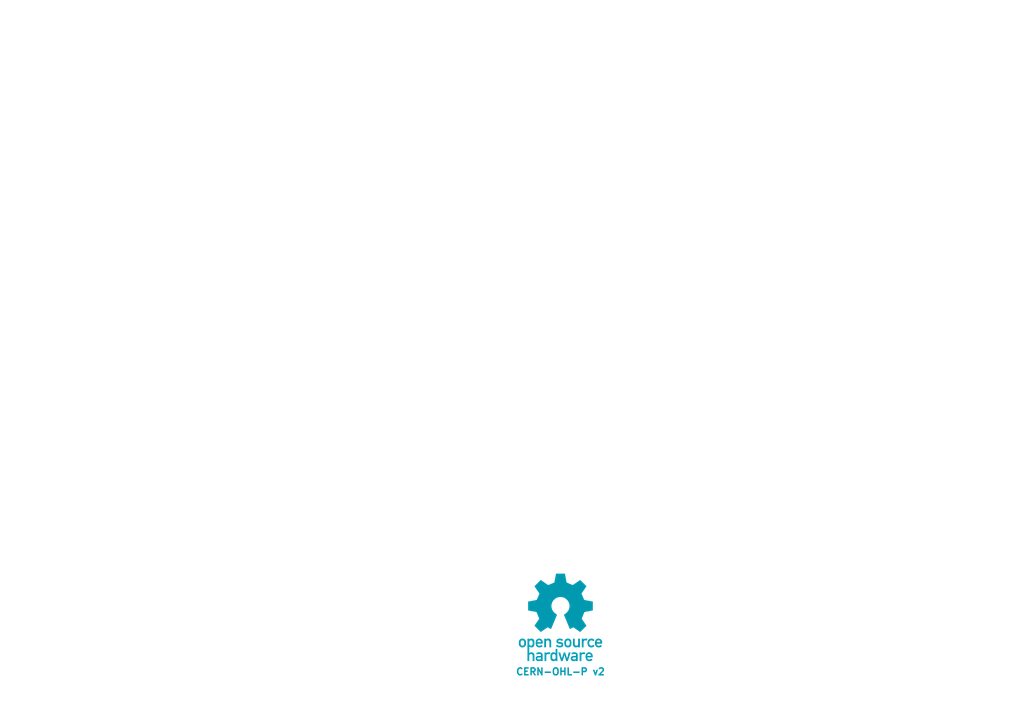
<source format=kicad_sch>
(kicad_sch
	(version 20231120)
	(generator "eeschema")
	(generator_version "8.0")
	(uuid "f17659af-da08-4601-8778-18edb115e452")
	(paper "A4")
	(lib_symbols)
	(image
		(at 162.56 179.07)
		(scale 0.37481)
		(uuid "2d24f74f-aa77-40c6-9a56-e30cd0689f74")
		(data "iVBORw0KGgoAAAANSUhEUgAAAvkAAAMgCAYAAAC5+n0rAAAABGdBTUEAALGPC/xhBQAAACBjSFJN"
			"AAB6JgAAgIQAAPoAAACA6AAAdTAAAOpgAAA6mAAAF3CculE8AAAABmJLR0QA/wD/AP+gvaeTAACA"
			"AElEQVR42uzdd7QkVb238YchIzkHATMgwYNZMKBgFi3ErChiKLzmnNM1p1dMFzYqCpgAkS0IRhDF"
			"HMgSvCQlSc4ZZt4/ds/lzDChu6uqd1X181nrrLkXT1f/qrpO1bd37bAMkqR6hLga8EJgT2DH3OV0"
			"yO+BbwOHUBY35C5GkvpgudwFSFKPHAI8PXcRHbTj4Oe5wDNyFyNJfTAndwGS1Ash7oYBv6qnD46j"
			"JKkiQ74k1eO9uQvoCY+jJNVgmdwFSFLnhbgccCOwYu5SeuA2YFXK4s7chUhSl9mSL0nVbYkBvy4r"
			"ko6nJKkCQ74kVTeTu4CemcldgCR1nSFfkqp7SO4CemYmdwGS1HWGfEmqbiZ3AT3jlyZJqsiQL0nV"
			"GUrrNZO7AEnqOkO+JFUR4sbAernL6Jl1CXGT3EVIUpcZ8iWpmpncBfSUT0ckqQJDviRVYxhtxkzu"
			"AiSpywz5klTNTO4CemomdwGS1GWGfEmqxpb8ZnhcJamCZXIXIEmdFeIqwA3YYNKEucDqlMVNuQuR"
			"pC7yxiRJ49sWr6NNmQNsl7sISeoqb06SNL6Z3AX03EzuAiSpqwz5kjS+mdwF9Jz98iVpTIZ8SRqf"
			"IbRZM7kLkKSucuCtJI0jxDnA9cC9cpfSYzcDq1EWc3MXIkldY0u+JI3n/hjwm7YK8MDcRUhSFxny"
			"JWk8M7kLmBIzuQuQpC4y5EvSeOyPPxkzuQuQpC4y5EvSeGZyFzAl/DIlSWMw5EvSeGZyFzAlZnIX"
			"IEld5Ow6kjSqENcBrsxdxhTZgLK4PHcRktQltuRL0uhmchcwZeyyI0kjMuRL0ugMnZM1k7sASeoa"
			"Q74kjW4mdwFTZiZ3AZLUNYZ8SRrdTO4CpoxPTiRpRA68laRRhLgCcCOwfO5SpshdwKqUxa25C5Gk"
			"rrAlX5JGszUG/ElbFtgmdxGS1CWGfEkajV1H8pjJXYAkdYkhX5JGM5O7gCnllytJGoEhX5JGY9jM"
			"YyZ3AZLUJYZ8SRqNIT+P7QjRySIkaUiGfEkaVoibA2vlLmNKrQ7cN3cRktQVhnxJGp6t+HnN5C5A"
			"krrCkC9Jw5vJXcCUm8ldgCR1hSFfkoZnS35eHn9JGpIhX5KGN5O7gCk3k7sASeoKZyqQpGGEuDpw"
			"LV43c1ubsrgmdxGS1Ha25EvScLbDgN8GdtmRpCEY8iVpODO5CxDg5yBJQzHkS9JwbEFuh5ncBUhS"
			"FxjyJWk4M7kLEOCXLUkaiv1LJWlpQlwWuBFYKXcp4nZgVcrijtyFSFKb2ZIvSUu3BQb8tlgBeHDu"
			"IiSp7Qz5krR0M7kL0AJmchcgSW1nyJekpbMfeLv4eUjSUhjyJWnpZnIXoAXM5C5AktrOkC9JS2fL"
			"cbv4eUjSUhjyJWlJQtwQ2CB3GVrA2oS4ae4iJKnNDPmStGQzuQvQIs3kLkCS2syQL0lLZteQdprJ"
			"XYAktZkhX5KWbCZ3AVokv3xJ0hIY8iVpyQyT7TSTuwBJarNlchcgSa0V4srADcCyuUvRPcwD1qAs"
			"bshdiCS10XK5C5BaKcTNgDcDjwP+APwG+DFlMTd3aZqobTDgt9UywHbA73MXogkKcRlgV+BJwA7A"
			"CcCXKIt/5y5Nahu760gLC/EDwLnA24BHkML+j4DfEuL9c5eniZrJXYCWaCZ3AZqgEDcHjgN+TLou"
			"P4J0nT53cN2WNIshX5otxA8DH2PRT7l2BE4hxDJ3mZqYmdwFaIlmchegCQlxL+A0YKdF/K/LAR8j"
			"xI/kLlNqE0O+NF8K+B9Zym/dC9iPEH9KiBvnLlmNc9Btu/n59F2IGxDikcA3gdWW8tsfNuhLd3Pg"
			"rQTDBvyFXQ28nrL4Qe7y1YDU9/c6lh4slM+twKqUxV25C1EDQtwd2A9Yd8RXfpSy+Eju8qXcbMmX"
			"xgv4AGsD3yfEHxDi2rl3Q7W7Hwb8tlsJ2CJ3EapZiGsS4sHADxk94IMt+hJgyNe0Gz/gz/ZC4HRC"
			"fHru3VGtZnIXoKHM5C5ANQrxyaS+9y+ruCWDvqaeIV/Tq56AP99GwDGEuB8h3iv3rqkW9vfuBj+n"
			"PghxFUL8KvBz4N41bdWgr6lmyNd0CvFD1BfwZyuBUwlxx9y7qMpmchegoczkLkAVhfho4GTg9dQ/"
			"VtCgr6llyNf0SQH/ow2+w/1Ic+p/hhBXyL27GttM7gI0lJncBWhMIS5PiJ8Afgc8sMF3MuhrKjm7"
			"jqZL8wF/YacBe1AWp+TedY0gDaS+KncZGtpGlMV/chehEYS4DXAwk/2S5qw7miq25Gt6TD7gA2wL"
			"/IUQ30eIy+Y+BBqa/by7ZSZ3ARpSiHMI8Z3A35j852aLvqaKIV/TIU/An28F4BPACYTY5CNp1ceQ"
			"3y0zuQvQEEK8H/Ab4LPAipmqMOhrahjy1X95A/5sjwFOJsT/yl2IlmomdwEaiV/K2i7E1wKnAI/N"
			"XQoGfU0JQ776LcQP0o6AP98qwNcI8eeEuEnuYrRYM7kL0EhmchegxQhxI0I8BgjAqrnLmcWgr95z"
			"4K36KwX8/85dxhJcC7yBsvhu7kI0S4jLAzeSulmpG+YCq1EWN+cuRLOE+ELgf0irg7eVg3HVW7bk"
			"q5/aH/AB1gS+Q4iHEeI6uYvR/3kwBvyumQNsk7sIDYS4NiF+H/gB7Q74YIu+esyQr/7pRsCf7XnA"
			"6YT4rNyFCLB/d1fN5C5AQIhPJ00d/KLcpYzAoK9eMuSrX7oX8OfbEDiKEL9OiKvlLmbKzeQuQGOZ"
			"yV3AVAvxXoS4H3AMsHHucsZg0FfvGPLVH90N+LO9GjiFEB+fu5AptlPuAjSWJxCi48xyCHFH0sw5"
			"Ze5SKjLoq1e8IKof+hHwZ5sLfBF4P2VxW+5ipkaIuwJH5i5DY3sBZXFY7iKmRogrkq6776BfjYYO"
			"xlUvGPLVfSF+APhY7jIa8g/g5ZTFibkL6b3UCnwS9snvsjOBbSmLu3IX0nshzgAHkVb17iODvjrP"
			"kK9u63fAn++OwT5+0vDSkBA3Bg4Anpq7FFV2HLAnZXFh7kJ6KcRlgXcDHwGWz11Owwz66jRDvrpr"
			"OgL+bH8hteqfnbuQ3ghxBeAlwBdo/1R/Gt61wDuBg+3uVqMQH0hqvX907lImyKCvzjLkq5umL+DP"
			"dwupFe2rlMW83MV0Voj3BV4LvApYL3c5asxVpCc0gbI4N3cxnZW6sv0X8FnSqt3TxqCvTjLkq3um"
			"N+DPdizwSrskjCDEOcAzgb2Bp9GvgYJasnnAL4F9gaPs9jaCEO9N+qL05NylZGbQV+cY8tUtBvzZ"
			"rgPeRFkclLuQVgtxA9LUpK8FNstdjrK7CPg68A3K4pLcxbRaiC8DvkJanVsGfXWMIV/dYcBfnCOA"
			"krK4InchrRLiTsDrgN3o/wBBje5O4Mek1v3j7P42S4jrAvsBu+cupYUM+uoMQ766IcT3Ax/PXUaL"
			"XQ68lrL4ce5CsgpxTeDlpHC/Ze5y1Bn/BALwbcri6tzFZJXWivg6sEHuUlrMoK9OMOSr/Qz4o/gW"
			"8BbK4vrchUxUiA8nBfsXMZ0DA1WPW4FDgH0piz/nLmaiQlwN2AfYK3cpHWHQV+sZ8tVuBvxx/Is0"
			"KPfXuQtpVIirkEL964CH5y5HvXMSqSvP9yiLm3IX06gQnwB8G7hP7lI6xqCvVjPkq70M+FXMA74E"
			"vJeyuDV3MbUKcUvSDDmvwAGBat71wMGk1v1/5C6mViGuBHwCeCvmgXEZ9NVa/lGrnQz4dTmTtIDW"
			"33IXUkmIy5MG0O4NPDF3OZpaJ5Ba9w+nLG7PXUwlIT6MtLDVg3OX0gMGfbWSIV/tY8Cv252k1rqP"
			"UxZ35i5mJCFuxt2LVm2Yuxxp4HLuXmTrgtzFjCTE5YD3AR8ElstdTo8Y9NU6hny1iwG/SX8jteqf"
			"mbuQJUqLVj2V1Nf+mbholdprLvAzUuv+MZTF3NwFLVHq6nYQ8IjcpfSUQV+tYshXe4T4PlKLs5pz"
			"K/Be4Eutmxc8xPVIM3uUwH1zlyON6N/A/qRFti7LXcwCQlwGeBPwKWDl3OX0nEFfrWHIVzsY8Cft"
			"eGBPyuJfuQshxMeRWu13B1bIXY5U0R2kBer2pSyOz13MoMvbt3EsyyQZ9NUKhnzlZ8DP5XrSnPrf"
			"mvg7h7g6sAcp3G+d+0BIDTmL1JXnIMri2om/e4h7kmbZWj33gZhCBn1lZ8hXXgb8NjgSeA1lcXnj"
			"7xTiDCnYvxS4V+4dlybkZuAHpNb95me6CnF9Uteh5+Te8Sln0FdWhnzlY8BvkyuAkrI4ovYtp7m4"
			"X0gK94/KvaNSZn8jte7/gLK4ufath7gbEID1cu+oAIO+MjLkKw8DflsdDLyRsriu8pZCfCBpXvs9"
			"gbVz75jUMtcCBwL7URZnVd5aiGsAXwZennvHdA8GfWVhyNfkhfhe4JO5y9BiXQi8krI4duRXpjm4"
			"n01qtd8ZrzHSMH4N7AccQVncMfKrQ9wZ+Bawae4d0WIZ9DVx3oA1WQb8rpgHfBV4N2Vxy1J/O8RN"
			"SItWvRrYOHfxUkf9B/gmsD9l8e+l/naIKwOfAd6A9/MuMOhrorwoaHIM+F10NvBqyuJ39/hf0tzb"
			"Tya12u8KLJu7WKkn5gJHk/ru/3yRi2yF+FjgG8AWuYvVSAz6mhhDvibDgN9155Lm/v4LcH9gK+Cx"
			"wP1yFyb13AXA74AzgHNIq9XuBjwgd2Eam0FfE2HIV/MM+JIkzWbQV+MM+WqWAV+SpEUx6KtRhnw1"
			"x4AvSdKSGPTVGEO+mhHie4BP5S5DkqSWM+irEYZ81c+AL0nSKAz6qp0hX/Uy4EuSNA6DvmplyFd9"
			"DPiSJFVh0FdtDPmqhwFfkqQ6GPRVC0O+qjPgS5JUJ4O+KjPkq5oQHw/8JncZkiT1zJMpi1/lLkLd"
			"NSd3Aeq8t+cuQJKkHnpL7gLUbbbka3whrg1cieeRJEl1mwesR1lclbsQdZMt+RpfWVwNePGRJKl+"
			"VxnwVYUhX1WdkLsASZJ6yPurKjHkq6r9chcgSVIPeX9VJYZ8VVMWvwD2zV2GJEk9su/g/iqNzZCv"
			"OrwTOCd3EZIk9cA5pPuqVIkhX9WVxU3AK4C5uUuRJKnD5gKvGNxXpUoM+apHWfwB+GzuMiRJ6rDP"
			"Du6nUmWGfNXpw8CpuYuQJKmDTiXdR6VauIiR6hXidsBfgRVylyJJUkfcDjyCsrChTLWxJV/1Shco"
			"WyIkSRrehw34qpshX034HPDH3EVIktQBfyTdN6Va2V1HzQjxAcApwCq5S5EkqaVuBh5CWTgNtWpn"
			"S76akS5YzvMrSdLivdOAr6bYkq9mhfhz4Cm5y5AkqWV+QVk8NXcR6i9b8tW0vYBrcxchSVKLXEu6"
			"P0qNMeSrWWVxMfCG3GVIktQibxjcH6XG2F1HkxHiYcDzcpchSVJmP6Qsnp+7CPWfLfmalNcBl+Uu"
			"QpKkjC4j3Q+lxhnyNRllcSXw6txlSJKU0asH90OpcYZ8TU5Z/AQ4IHcZkiRlcMDgPihNhCFfk/YW"
			"4ILcRUiSNEEXkO5/0sQY8jVZZXEDsCcwL3cpkiRNwDxgz8H9T5oYQ74mryx+A+yTuwxJkiZgn8F9"
			"T5ooQ75yeR9wZu4iJElq0Jmk+500cYZ85VEWtwJ7AHfmLkWSpAbcCewxuN9JE2fIVz5l8Xfg47nL"
			"kCSpAR8f3OekLAz5yu0TwN9yFyFJUo3+Rrq/Sdksk7sAiRC3Ak4EVspdiiRJFd0KPJSycNyZsrIl"
			"X/mlC+F7c5chSVIN3mvAVxsY8tUWXwKOz12EJEkVHE+6n0nZ2V1H7RHi5sCpwOq5S5EkaUTXA9tR"
			"Fv/KXYgEtuSrTdKF8S25y5AkaQxvMeCrTWzJV/uEeCSwa+4yJEka0lGUxbNzFyHNZku+2ug1wJW5"
			"i5AkaQhXku5bUqsY8tU+ZXEZsHfuMiRJGsLeg/uW1CqGfLVTWRwOfCd3GZIkLcF3BvcrqXUM+Wqz"
			"NwIX5S5CkqRFuIh0n5JayZCv9iqLa4G9gHm5S5EkaZZ5wF6D+5TUSoZ8tVtZ/BL4n9xlSJI0y/8M"
			"7k9Saxny1QXvAv43dxGSJJHuR+/KXYS0NIZ8tV9Z3Ay8HLgrdymSpKl2F/DywX1JajVDvrqhLP4E"
			"fCZ3GZKkqfaZwf1Iaj1Dvrrko8ApuYuQJE2lU0j3IakTlsldgDSSELcF/gaskLsUSdLUuB14OGVx"
			"Wu5CpGHZkq9uSRfYD+UuQ5I0VT5kwFfXGPLVRZ8Dfp+7CEnSVPg96b4jdYrdddRNId6f1D/yXrlL"
			"kST11k3AQyiLc3MXIo3Klnx1U7rgviN3GZKkXnuHAV9dZUu+ui3EnwFPzV2GJKl3fk5ZPC13EdK4"
			"bMlX1+0FXJO7CElSr1xDur9InWXIV7eVxSXA63OXIUnqldcP7i9SZ9ldR/0Q4qHA83OXIUnqvMMo"
			"ixfkLkKqypZ89cXrgP/kLkKS1Gn/Id1PpM4z5KsfyuIq4NW5y5AkddqrB/cTqfMM+eqPsjga+Ebu"
			"MiRJnfSNwX1E6gVDvvrmrcD5uYuQJHXK+aT7h9Qbhnz1S1ncCOwJzM1diiSpE+YCew7uH1JvGPLV"
			"P2XxW+CLucuQJHXCFwf3DalXDPnqq/cD/8hdhCSp1f5Bul9IvWPIVz+VxW3Ay4E7cpciSWqlO4CX"
			"D+4XUu8Y8tVfZXEi8LHcZUiSWuljg/uE1EuGfPXdp4C/5C5CktQqfyHdH6TeWiZ3AVLjQtwCOAlY"
			"OXcpkqTsbgG2pyzOzl2I1CRb8tV/6UL+vtxlSJJa4X0GfE0DQ76mxf6k1htJ0vS6hXQ/kHrPkK/p"
			"UBY3A7/IXYYkKatfDO4HUu8Z8jVNDPmSNN28D2hqGPI1TTbKXYAkKSvvA5oahnxNk5ncBUiSsprJ"
			"XYA0KU6hqekQ4nLARcAGuUuRJGVzGXBvyuLO3IVITbMlX9OiwIAvSdNuA9L9QOo9Q76mxZtyFyBJ"
			"agXvB5oKdtdR/4X4EODk3GVIklpjhrI4JXcRUpNsydc0sNVGkjSb9wX1ni356rcQ1yENuF0pdymS"
			"pNa4lTQA96rchUhNsSVfffcaDPiSpAWtRLo/SL1lS776K8RlgfOBTXOXIklqnQuB+1IWd+UuRGqC"
			"LfnqswIDviRp0TbF6TTVY4Z89ZkDqyRJS+J9Qr1ldx31k9NmSpKG43Sa6iVb8tVXb8xdgCSpE7xf"
			"qJdsyVf/pGkzLwRWzl2KJKn1bgE2dTpN9Y0t+eqjV2PAlyQNZ2XSfUPqFVvy1S9p2szzgM1ylyJJ"
			"6ox/A/dzOk31iS356pvnYMCXJI1mM9L9Q+oNQ776xunQJEnj8P6hXrG7jvojxO0Ap0GTJI3rIZTF"
			"qbmLkOpgS776xGnQJElVeB9Rb9iSr34IcW3gIpxVR5I0vluAe1MWV+cuRKrKlnz1hdNmSpKqcjpN"
			"9YYt+eo+p82UJNXH6TTVC7bkqw+cNlOSVBen01QvGPLVBw6UkiTVyfuKOs/uOuq2ELcFnO5MklS3"
			"7SiL03IXIY3Llnx1na0tkqQmeH9Rp9mSr+5y2kxJUnOcTlOdZku+usxpMyVJTXE6TXWaLfnqpjRt"
			"5rnA5rlLkVrmFuAG4MbBz+z/+xZScFl18LPaQv+3X5qlBf0LuL/TaaqLlstdgDSmZ2PA13SaR5rH"
			"++xF/FxSKYykL88bA1ss4mczbBjS9NmcdL85Inch0qgM+eoqB0RpWlwEHDf4OQn4X8rilkbeKX1B"
			"uHDw86sF/rcQVwYeCGwPPGnwc+/cB0eagDdiyFcH2Sqj7nHaTPXbVcCvgWOB4yiLf+YuaLFCfBAp"
			"7O8MPBFYJ3dJUkOcTlOdY0u+ushWfPXNOcDBwJHAKZTFvNwFDSV9AfknsB8hLgM8hNS1YQ/gAbnL"
			"k2r0RuC1uYuQRmFLvrolxLVI3RdWyV2KVNE1wCHAQZTFH3MXU7sQHwO8HHghsFbucqSKbiZNp3lN"
			"7kKkYdmSr655NQZ8ddcdwDHAQcBPKIvbcxfUmPTF5Y+E+GbgWaTA/wxg+dylSWNYhXT/+VzuQqRh"
			"2ZKv7kgzf5wD3Cd3KdKIrgO+AnyZsrgidzHZhLge8CZS14c1cpcjjegC4AFOp6muMOSrO0IscIYD"
			"dcsVwBeBr1EW1+cupjVCXB14PfBWYL3c5Ugj2I2yiLmLkIZhyFd3hHgcaQYPqe0uBj4P7E9Z3Jy7"
			"mNYKcRXgNcA7gU1ylyMN4deUxZNyFyENw5CvbghxG8Dpy9R2lwIfAb7d6/72dQtxBWBP0rHbKHc5"
			"0lJsS1mcnrsIaWnm5C5AGpLTZqrN7gK+BGxJWexvwB9RWdxOWewPbEk6jvZ5Vpt5P1In2JKv9nPa"
			"TLXbn4DXURYn5y6kN0KcAfYFHp27FGkRnE5TnWBLvrrgVRjw1T5XkxbH2cGAX7N0PHcgHd+rc5cj"
			"LWQV0n1JajVb8tVuIc4BzsVpM9Uu3wbeSVlcmbuQ3gtxXdLc5HvmLkWa5QLg/pTF3NyFSIvjYlhq"
			"u10x4Ks9rgdeTVkclruQqZG+SL2SEI8BvgGsnrskiXRf2hX4ce5CpMWxu47a7k25C5AG/gZsb8DP"
			"JB337Umfg9QG3p/UaoZ8tVeIWwPOR6w2+DKwI2VxXu5Cplo6/juSPg8ptycN7lNSK9ldR23mNGXK"
			"7RpgL1e4bJE0PembCfHXwAHAWrlL0lR7I7B37iKkRXHgrdrJaTOV38lAQVn8K3chWowQNwciMJO7"
			"FE0tp9NUa9ldR221FwZ85XM88AQDfsulz+cJpM9LymEV0v1Kah1b8tU+adrMc4D75i5FU+lHwEso"
			"i9tyF6Ihhbgi8D3gublL0VQ6H3iA02mqbWzJVxvtigFfeQTg+Qb8jkmf1/NJn580afcl3bekVnHg"
			"rdrIAbfK4WOUxYdyF6ExpVbUvQnxMsDPUZP2RpwzXy1jdx21S4iPBv6YuwxNlXnAGymLr+UuRDUJ"
			"8fXAV/Aep8l6DGXxp9xFSPN5AVR7hLgGcBJ21dFkvZWy2Cd3EapZiG8Bvpi7DE2V80kL5l2XuxAJ"
			"7JOvtkgD576BAV+T9RkDfk+lz/UzucvQVLkv8I3B/UzKzpZ85RXicsCewAeBzXKXo6lyIGWxZ+4i"
			"1LAQvw28IncZmir/Bj4GfJuyuDN3MZpehnxNTpoa8wHAQ0iL18wADwM2yF2aps4xwHO8AU+B1JDw"
			"Y+AZuUvR1LkM+DtpYb2TgVOAc5xqU5NiyFczQlwF2Ja7w/xDgO2Ae+UuTVPvT8DOlMXNuQvRhKTr"
			"0bHAo3OXoql3E3AqKfCfPPg5zeuRmmDIV3UhbsTdQX5m8PNAHPOh9jkb2JGyuCp3IZqwENcBfg9s"
			"kbsUaSFzgf9lwRb/kymLS3MXpm4z5Gt4IS4LbMmCYf4hwPq5S5OGcDPwSMriH7kLUSYhbg38BVgl"
			"dynSEC5nwRb/U4CzKIu7chembjDka9FCXJ3UvWaGu0P9NsBKuUuTxvRKyuLbuYtQZiHuCXwrdxnS"
			"mG4FTmd2iz+cSllcn7swtY8hXxDiZtyzu8198fxQf3ybsnhl7iLUEiF+izSrl9QH80hz9J/Mgt19"
			"/p27MOVliJsmIa4AbMXdQX6GFOzXyl2a1KB/kLrpOLBNSRqI+xdg69ylSA26hgW7+5wMnElZ3J67"
			"ME2GIb+vQlybu1vm5//7YGD53KVJE3QT8AjK4szchahlQtwK+CvO+KXpcgdwBgt29zmFsrg6d2Gq"
			"nyG/60JcBrgfC3a1mQE2zV2a1AJ7UBbfyV2EWirElwEH5y5DaoELWbDF/xTgPMpiXu7CND5DfpeE"
			"uBJp8OsMd7fQPwRYLXdpUgsdTlk8L3cRarkQfwjsnrsMqYVuIIX92V1+Tqcsbs1dmIZjyG+rENfn"
			"noNhtwCWzV2a1AE3AVtRFhfmLkQtF+KmwJnYbUcaxl2k9UZOZsFBvpfnLkz3ZMjPLcQ5wIO459zz"
			"G+UuTeqw91AWn8ldhDoixHcDn85dhtRhl3LPOf3/SVnMzV3YNDPkT1KI9+LuuednSGF+W1yYRarT"
			"WcB2lMUduQtRR4S4PHAqabE/SfW4GTiNBcP/qZTFTbkLmxaG/CaFeH/ghdwd6u8PzMldltRzu1AW"
			"x+YuQh0T4s7Ar3KXIfXcXOBc7g79h1AW5+Yuqq8M+U0IcWXgvcC7gBVzlyNNkUMoixflLkIdFeIP"
			"SA0zkibjNuCzwKcoi1tyF9M3tio348PABzHgS5N0I/D23EWo095OOo8kTcaKpLz04dyF9JEhv24h"
			"LgvskbsMaQp9hbK4OHcR6rB0/nwldxnSFNpjkJ9UI0N+/R4DbJy7CGnK3Ax8MXcR6oUvAnYbkCZr"
			"Y1J+Uo0M+fVbNXcB0hQKlMUVuYtQD6TzaP/cZUhTyPxUM0O+pK67Dfhc7iLUK58Hbs9dhCRVYciX"
			"1HXfpCwuzV2EeqQsLgIOzF2GJFVhyJfUZXeQpl+T6vYZ4K7cRUjSuAz5krrsYMriX7mLUA+lBXp+"
			"kLsMSRqXIV9Sl+2TuwD12pdyFyBJ4zLkS+qqkymL03IXoR4ri78CZ+YuQ5LGYciX1FUH5S5AU+Hg"
			"3AVI0jgM+ZK66C7ge7mL0FT4DjAvdxGSNCpDvqQu+jllcVnuIjQFyuJC4Ne5y5CkURnyJXWRXSg0"
			"SZ5vkjrHkC+pa64Hfpy7CE2VHwI35y5CkkZhyJfUNT+kLG7JXYSmSFncCMTcZUjSKAz5krrmp7kL"
			"0FTyvJPUKYZ8SV0yDzg+dxGaSsfmLkCSRmHIl9Qlp1EWV+YuQlOoLC7FhbEkdYghX1KXOJWhcjou"
			"dwGSNCxDvqQuMWQpJ7vsSOoMQ76krpgL/DZ3EZpqx5POQ0lqPUO+pK44kbK4NncRmmJlcQ1wUu4y"
			"JGkYhnxJXXF87gIkPA8ldYQhX1JXnJ67AAk4LXcBkjQMQ76krjgrdwESnoeSOsKQL6krzs5dgITn"
			"oaSOMORL6oLLHXSrVkjn4eW5y5CkpTHkS+oCW0/VJp6PklrPkC+pCwxVahPPR0mtZ8iX1AWGKrWJ"
			"56Ok1jPkS+oCQ5XaxPNRUusZ8iV1gQMd1Saej5Jaz5AvqQtuzF2ANIvno6TWM+RL6gJDldrE81FS"
			"6xnyJXWBoUpt4vkoqfUM+ZK64IbcBUizeD5Kaj1DvqS2u4OyuD13EdL/SefjHbnLkKQlMeRLaju7"
			"RqiNPC8ltZohX1Lb2TVCbeR5KanVDPmS2s5uEWojz0tJrWbIl9R2a+QuQFoEz0tJrWbIl9R2a+Yu"
			"QFqENXMXIElLYsiX1HbLEeKquYuQ/k86H5fLXYYkLYkhX1IXrJm7AGmWNXMXIElLY8iX1AVr5i5A"
			"mmXN3AVI0tIY8iV1wVq5C5Bm8XyU1HqGfEldsGbuAqRZ1sxdgCQtjSFfUhesmbsAaZY1cxcgSUtj"
			"yJfUBWvmLkCaZc3cBUjS0hjyJXWBfaDVJp6PklrPkC+pCzbLXYA0i+ejpNYz5EvqgofmLkCaxfNR"
			"UusZ8iV1wTaEuELuIqTBebhN7jIkaWkM+ZK6YHkMVmqHbUjnoyS1miFfUlfYRUJt4HkoqRMM+ZK6"
			"wnClNvA8lNQJhnxJXfGw3AVIeB5K6ghDvqSu2I4Ql8tdhKZYOv+2y12GJA3DkC+pK1YCtspdhKba"
			"VqTzUJJaz5AvqUvsD62cPP8kdYYhX1KXPCp3AZpqnn+SOsOQL6lLnkOIy+QuQlMonXfPyV2GJA3L"
			"kC+pSzYGdsxdhKbSjqTzT5I6wZAvqWuen7sATSXPO0mdYsiX1DXPs8uOJiqdb8/LXYYkjcKQL6lr"
			"NgZ2yF2EpsoO2FVHUscY8iV10QtyF6Cp4vkmqXMM+ZK6aHe77Ggi0nm2e+4yJGlUhnxJXbQJdtnR"
			"ZOxAOt8kqVMM+ZK6ytlONAmeZ5I6yZAvqateQIgr5C5CPZbOL/vjS+okQ76krtoI2DN3Eeq1PUnn"
			"mSR1jiFfUpe9mxCXy12EeiidV+/OXYYkjcuQL6nL7ge8OHcR6qUXk84vSeokQ76krnuv02mqVul8"
			"em/uMiSpCkO+pK7bCnhu7iLUK88lnVeS1FmG/PpdmrsAaQq9P3cB6hXPJ2nyLsldQN8Y8utWFqcA"
			"p+UuQ5oy2xPiM3IXoR5I59H2ucuQpszJlMWpuYvoG0N+M0LuAqQpZOur6uB5JE3e13IX0EeG/CaU"
			"xdeAZwLn5i5FmiI7EOLOuYtQh6XzZ4fcZUhT5BzgaZTFN3IX0kfOSNGkEFcEdgRmBj8PIQ3mWj53"
			"aVJPnQ08hLK4LXch6ph0vT4F2CJ3KVJP3QGcSfo7O3nw83uv181xEZkmpRP3uMFPkpZJ35oU+Ge4"
			"O/yvmbtcqQe2AD4MvC93IeqcD2PAl+pyDSnMzw70Z1AWt+cubJrYkt8WIW7O3YF//r/3xc9IGtWd"
			"wCMoi5NzF6KOCHEG+Cs2fEmjmgecz4Jh/hTK4l+5C5MBst1CXJ0U9me3+m8NrJS7NKnlTgQeSVnc"
			"lbsQtVyIywJ/AR6auxSp5W4FTmfBQH8qZXF97sK0aLZatFn6wzlh8JOEuBzpkfIMC4b/9XKXK7XI"
			"Q4G3A5/NXYha7+0Y8KWFXc78Vvm7/z3LhpNusSW/L0LciAX7+M8AD8QZlDS9bgG2oyzOyV2IWirE"
			"BwCnAivnLkXKZC7wT+7Z3caFPXvAkN9nIa4CbMuC4X874F65S5Mm5HjgSZTFvNyFqGVCXIY0KcJO"
			"uUuRJuRG0pfa2a3zp1EWN+cuTM2wu06fpT/cPw9+khDnAA9gwQG+M8AmucuVGrAT8Bpg/9yFqHVe"
			"gwFf/XURC7fOwzk2eEwXW/KVhLgu95zWcyv8Iqjuux54NGVxZu5C1BIhbgX8CVg9dylSRQvPPZ/+"
			"LYurchem/Az5Wry0OMyi5vRfI3dp0ojOBR7ljU+EuA7p6eb9c5cijeha7tk6/w/nntfiGPI1uhDv"
			"wz1n97lP7rKkpTgeeAplcUfuQpRJiMsDv8BuOmo3555XLeyKodGVxQXABUD8v/8W4hrcs5//1sCK"
			"ucuVBnYCvgqUuQtRNl/FgK92uRX4Bwu2zp/i3POqgy35ak6a039L7tnqv27u0jTV3kxZfDl3EZqw"
			"EN8EfCl3GZpql3PP7jbOPa/GGPI1eSFuTFp85g3AU3OXo6lzF/BMyuLnuQvRhIT4VOBoYNncpWjq"
			"HA38D3CSc89r0gz5yivExwNfA7bJXYqmynWkGXfOyl2IGhbilqSZdJwwQJN0CvBflMUfchei6WXI"
			"V34h3p/06HLV3KVoqpxDmnHn6tyFqCEhrk2aSecBuUvRVLkB2NaBssptTu4CJMriXOCtucvQ1HkA"
			"8IvBlIrqm/S5/gIDvibvLQZ8tYEt+WqPEE8Fts1dhqbOGcCTKYtLcheimqRxP78EHpy7FE2d0yiL"
			"7XIXIYEt+WqX/XMXoKn0YOB3hHi/3IWoBulz/B0GfOXhfUytYchXm3wHuCV3EZpK9wVOIESDYZel"
			"z+8E0ucpTdotpPuY1AqGfLVHWVwLHJK7DE2tjYHfEuLDcxeiMaTP7bekz1HK4ZDBfUxqBUO+2sZH"
			"ncppHeDYwdSu6or0eR1L+vykXLx/qVUceKv2cQCu8rsF2J2y+GnuQrQUIT4dOBxYOXcpmmoOuFXr"
			"2JKvNrI1RLmtDBxJiO8nRK+TbRTiHEL8AHAUBnzl531LrePNS210MA7AVX7LAR8HfjWYklFtEeIm"
			"pO45HwOWzV2Opt4tpPuW1CqGfLVPWVyHA3DVHk8ETiHEZ+UuRECIzwZOAXbKXYo0cMjgviW1iiFf"
			"beWjT7XJusBRhLgPIa6Qu5ipFOKKhPgV4Mc4wFbt4v1KreTAW7WXA3DVTicBL6Is/pm7kKkR4lbA"
			"DwAHNqptHHCr1rIlX21m64jaaHvgREJ8Re5CpkKIrwH+hgFf7eR9Sq1lS77aK8Q1gEuAVXKXIi3G"
			"t4H/oiwcKF63EO8FBOCluUuRFuNmYGP746utbMlXe6UL56G5y5CWYE/gT4T4wNyF9EqIDwL+hAFf"
			"7XaoAV9tZshX24XcBUhLsR3wN0J8bu5CeiHE3Undc7bJXYq0FN6f1Gp211H7OQBX3XEQ8E7K4vLc"
			"hXROiOsBnwdenrsUaQgOuFXr2ZKvLrC1RF3xcuAsQixdKXdIIS4zGFx7NgZ8dYf3JbWeNyF1wXdI"
			"A5ykLlgL2A/4AyFun7uYVgtxO+D3pBlK1spdjjSkm0n3JanV7K6jbgjxAOCVucuQRnQX8DXgg5TF"
			"9bmLaY0QVwU+CrwJWC53OdKIvkVZ7JW7CGlpbMlXVzgXsbpoWVKQPZoQDbMAIS4LHAm8DQO+usn7"
			"kTrBkK9uKIs/AafmLkMa02OBT+YuoiU+ATwxdxHSmE4d3I+k1jPkq0tsPVGX/VfuAlriDbkLkCrw"
			"PqTOMOSrSxyAqy67I3cBLeFxUFc54FadYshXd6SVBQ/JXYY0pptyF9ASHgd11SGucKsuMeSra3xU"
			"qq46PHcBLeFxUFd5/1GnGPLVLQ7AVXftm7uAlvA4qIsccKvOMeSri2xNUdf8mrI4K3cRrZCOw69z"
			"lyGNyPuOOseQry5yAK665n9yF9AyHg91iQNu1UmGfHWPA3DVLZcAMXcRLRNJx0XqAgfcqpMM+eqq"
			"kLsAaUhfpyzuzF1Eq6Tj8fXcZUhD8n6jTjLkq5vK4s84AFftdyf25V2c/UnHR2qzUwf3G6lzDPnq"
			"MltX1HY/pizslrIo6bj8OHcZ0lJ4n1FnGfLVZd/FAbhqNweYLpnHR212M+k+I3WSIV/d5QBctdtZ"
			"lMVxuYtotXR8nFpUbeWAW3WaIV9d56NUtZWLPg3H46S28v6iTjPkq9scgKt2ugk4MHcRHXEg6XhJ"
			"beKAW3WeIV99YGuL2uZ7PuYfUjpO38tdhrQQ7yvqPEO++sABuGobB5SOxuOlNnHArXrBkK/uSy2B"
			"P8hdhjTwR8ri5NxFdEo6Xn/MXYY08AOfxKkPDPnqCxccUlvYKj0ej5vawvuJesGQr35IA6ROyV2G"
			"pt6VwGG5i+iow0jHT8rpFAfcqi8M+eoTW1+U2zcpi9tyF9FJ6bh9M3cZmnreR9Qbhnz1yXdwAK7y"
			"mYszclQVSMdRyuFm0n1E6gVDvvqjLK7HAbjK56eUxfm5i+i0dPx+mrsMTa0fDO4jUi8Y8tU3PmpV"
			"Lg4crYfHUbl4/1CvGPLVLw7AVR7nAz/LXURP/Ix0PKVJcsCteseQrz6yNUaTth9lYV/yOqTj6NgG"
			"TZr3DfWOIV999B3gptxFaGrcBhyQu4ie+SbpuEqTcBMOuFUPGfLVP2ng1CG5y9DUOIyycH73OqXj"
			"6XoDmpRDHHCrPjLkq6983K9JcaBoMzyumhTvF+qlZXIXIDUmxJOBh+QuQ712MmWxfe4ieivEk4CZ"
			"3GWo106hLGZyFyE1wZZ89ZmtM2qarc3N8viqad4n1FuGfPXZd3EArppzHekcU3O+SzrOUhNuwr9h"
			"9ZghX/3lCrhq1oGUxc25i+i1dHwPzF2GessVbtVrhnz1nXMfqyn75i5gSnic1RTvD+o1Q776rSz+"
			"ApyXuwz1znGUxVm5i5gK6Tgfl7sM9c55g/uD1FuGfE2DU3MXoN5xQOhkebxVN+8L6j1DvqbBmbkL"
			"UK9cAvw4dxFT5sek4y7V5YzcBUhNM+RrGtyZuwD1yv6UhefUJKXjbf9p1emu3AVITTPkaxoUuQtQ"
			"b9wJfD13EVPq6/iFXfUpchcgNc2Qr34L8UHAtrnLUG9EysJuIzmk4x5zl6He2HZwf5B6y5Cvvvto"
			"7gLUKw4Azcvjrzp5f1CvLZO7AKkxIb4QF8NSfc6iLLbKXcTUC/FMYMvcZag3XkRZHJK7CKkJtuSr"
			"n0LcCFv9VC/Pp3bwc1Cd/mdwv5B6x5CvvvoGsHbuItQbNwEH5S5CQPocbspdhHpjbdL9QuodQ776"
			"J8TXAM/IXYZ65buUxXW5ixAMPofv5i5DvfKMwX1D6hVDvvolxPsC/y93GeqdfXMXoAX4eahu/29w"
			"/5B6w5Cv/ghxDnAgsGruUtQrf6QsTs5dhGZJn8cfc5ehXlkVOHBwH5F6wZNZffI24HG5i1DvONCz"
			"nfxcVLfHke4jUi8Y8tUPIW4NfDx3GeqdK4DDchehRTqM9PlIdfr44H4idZ4hX90X4vLAwcCKuUtR"
			"7xxAWdyWuwgtQvpcDshdhnpnReDgwX1F6jRDvvrgQ8D2uYtQ78wF9stdhJZoP9LnJNVpe9J9Reo0"
			"V7xVt4X4SOAPwLK5S1HvHE1ZPCt3EVqKEH8CPDN3Geqdu4AdKIu/5C5EGpct+equEFcmLYxjwFcT"
			"HNjZDX5OasKywEGD+4zUSYZ8ddmngS1yF6FeOh/4We4iNJSfkT4vqW5bkO4zUicZ8tVNIT4JeGPu"
			"MtRb+1EW9vXugvQ5OXZCTXnj4H4jdY4hX90T4urAt3BMiZrhrC3dcwDpc5PqtgzwrcF9R+oUQ766"
			"6MvAZrmLUG8dSllcmbsIjSB9XofmLkO9tRnpviN1iiFf3RLic4BX5C5DveZAzm7yc1OTXjG4/0id"
			"YXcHdUeI6wGnA+vnLkW9dRJl8dDcRWhMIZ6Ia2aoOZcD21AWrrSsTrAlX10SMOCrWbYGd5ufn5q0"
			"Puk+JHWCIV/dEOLLgd1yl6Feuxb4Xu4iVMn3SJ+j1JTdBvcjqfUM+Wq/EDfFQU9q3oGUxc25i1AF"
			"6fM7MHcZ6r0vD+5LUqsZ8tVuIabpy2CN3KWo9/bNXYBq4eeopq1BmlbTcY1qNUO+2u71wM65i1Dv"
			"HUtZnJ27CNUgfY7H5i5Dvbcz6f4ktZYhX+0V4oOAz+QuQ1PBAZv94uepSfjs4D4ltZIhX+0U4rLA"
			"QcAquUtR710MHJm7CNXqSNLnKjVpZeCgwf1Kah1DvtrqPcCjchehqfB1yuLO3EWoRunz/HruMjQV"
			"HkW6X0mtY8hX+4Q4A3w4dxmaCncC++cuQo3Yn/T5Sk378OC+JbWKIV/tEuKKwMHA8rlL0VSIlMWl"
			"uYtQA9LnGnOXoamwPHDw4P4ltYYhX23zMWCb3EVoajhAs9/8fDUp25DuX1JrOMer2iPExwK/wS+f"
			"mowzKYsH5y5CDQvxDGCr3GVoKswFnkBZ/C53IRIYptQWIa5KWqnSc1KT4qJJ08HPWZMyBzhwcD+T"
			"sjNQqS0+D9wvdxGaGjeRvlSq/w4kfd7SJNyPdD+TsjPkK78QnwaUucvQVPkuZXF97iI0Aelz/m7u"
			"MjRVysF9TcrKkK+8Qlwb+GbuMjR1HJA5Xfy8NWnfHNzfpGwM+crta8DGuYvQVPkDZXFK7iI0Qenz"
			"/kPuMjRVNibd36RsDPnKJ8QXAC/KXYamjq2608nPXZP2osF9TsrCkK88QtwIZ73Q5F0B/DB3Ecri"
			"h6TPX5qkfQf3O2niDPnK5RuA/RU1ad+kLG7LXYQySJ+74380aWuT7nfSxBnyNXkhvgZ4Ru4yNHXm"
			"AiF3EcoqkM4DaZKeMbjvSRPlirearBDvC5wKuFiIJu0nlMWuuYtQZiEeBTwrdxmaOjcC21EW5+cu"
			"RNPDlnxNTohpNUADvvJw4KXA80B5pFXd031QmghPNk3S24DH5S5CU+k84Oe5i1Ar/Jx0PkiT9jjS"
			"fVCaCEO+JiPErYGP5y5DU2s/ysK+2GJwHuyXuwxNrY8P7odS4wz5al6IywMHASvmLkVT6TbggNxF"
			"qFUOIJ0X0qStCBw0uC9KjTLkaxI+CDw0dxGaWodQFlflLkItks6HQ3KXoan1UNJ9UWqUIV/NCvGR"
			"wHtzl6Gp5qJrWhTPC+X03sH9UWqMU2iqOSGuDJwEbJG7FE2tkygLnyJp0UI8Edg+dxmaWmcD21MW"
			"t+QuRP1kS76a9GkM+MrL6RK1JJ4fymkL0n1SaoQhX80I8UnAG3OXoal2LfC93EWo1b5HOk+kXN44"
			"uF9KtTPkq34hrg58C7uDKa8DKYubcxehFkvnx4G5y9BUWwb41uC+KdXKkK8mfAnYLHcRmmrzcGCl"
			"hrMv6XyRctmMdN+UamXIV71CfA6wZ+4yNPWOoyzOzl2EOiCdJ8flLkNTb8/B/VOqjSFf9QlxPWD/"
			"3GVIOKBSo/F8URvsP7iPSrUw5KtOAVg/dxGaehcDR+YuQp1yJOm8kXJan3QflWphyFc9QtwD2C13"
			"GRKwP2VxZ+4i1CHpfPEppNpgt8H9VKrMkK/qQtwU+EruMiTgTuDruYtQJ32ddP5IuX1lcF+VKjHk"
			"q5oQlwEOANbIXYoEHEFZXJq7CHVQOm+OyF2GRLqfHjC4v0pjM+SrqlcDu+QuQhpwAKWq8PxRW+wC"
			"vCZ3Eeo2Q76qemHuAqSBMymL43MXoQ5L58+ZucuQBl6UuwB1myFf4wtxOeDRucuQBmyFVR08j9QW"
			"jyHEFXMXoe4y5KuKewHL5i5CAm4CDspdhHrhINL5JOU2B1gtdxHqLkO+xlcW1wHfzV2GBHyHsrg+"
			"dxHqgXQefSd3GRLwfcriytxFqLsM+arqi8DtuYvQ1Ns3dwHqFc8n5XY78PncRajbDPmqpiz+ATwf"
			"g77y+T1lcUruItQj6Xz6fe4yNLVuB55PWZyeuxB1myFf1ZXFkRj0lY8DJdUEzyvlMD/gH5m7EHWf"
			"IV/1MOgrjyuAH+YuQr30Q9L5JU2KAV+1MuSrPgZ9Td43KQvPN9UvnVffzF2GpoYBX7Uz5KteBn1N"
			"zlxgv9xFqNf2I51nUpMM+GqEIV/1M+hrMo6hLP6Vuwj1WDq/jsldhnrNgK/GGPLVDIO+mufASE2C"
			"55maYsBXowz5ao5BX805D/hZ7iI0FX5GOt+kOhnw1ThDvppl0Fcz9qMs5uUuQlMgnWeO/VCdDPia"
			"CEO+mmfQV71uBQ7IXYSmygGk806qyoCviTHkazIM+qrPoZTFVbmL0BRJ59uhuctQ5xnwNVGGfE2O"
			"QV/1cCCkcvC8UxUGfE2cIV+TZdDvin8CxwE35C5kISdSFn/OXYSmUDrvTsxdxkJuIP2d/jN3IVoi"
			"A76yMORr8gz6bXUT8D7gQZTFFpTFzsCawEOArwF35C4QW1OVVxvOvztIf48PAdakLHamLLYAHkT6"
			"+70pd4FagAFf2SyTuwBNsRCfDRwGrJC7FPF74BWUxbmL/Y0Q7w98DHgRea4d1wKbUBY35zhAEiGu"
			"AlxM+vI7afOAHwAfHOLv9EBgxww1akEGfGVlyFdeBv3cbgc+BHyOspg71CtCnAE+BTxtwrXuQ1m8"
			"dcLvKS0oxC8Cb5nwu/4MeC9lcfKQNc4B3gn8N15bczHgKztDvvIz6OdyCrAHZXHaWK8OcSfg08Cj"
			"JlDrPGBLysK+x8orxAcBZzGZ++efgfdQFsePWeu2wMGkrj2aHAO+WsGQr3Yw6E/SXcBngY9QFtXH"
			"RYS4G/AJYKsGa/4VZfHkyRweaSlC/CWwS4PvcCbwfsriiBpqXQH4CPAuYNlJHJ4pZ8BXazjwVu3g"
			"YNxJOQd4HGXxvloCPjAIItsCrwIuaqjuNgx4lOZr6ny8iPR3tG0tAR+gLG6nLN4HPI7096/mGPDV"
			"Krbkq11s0W/SvsA7KYvmZt8IcSXgDcB7gbVr2upFwH0oi7saP0LSMEJcFrgAuHdNW7yaNM7lq5RF"
			"cyvrhngv4HPA6xo+QtPIgK/WMeSrfQz6dbsY2Iuy+MXE3jHENUjdA94CrFJxax+iLD42sdqlYYT4"
			"QdLA1ipuBvYBPktZXDfB2p8CHABsMrH37DcDvlrJkK92MujX5XvAGyiLa7K8e4gbkmbveQ2w3Bhb"
			"uAPYnLK4NEv90uKEuBHwL2D5MV59J/B14L8pi/9kqn8t4KvAS7K8f38Y8NVahny1l0G/iquA11EW"
			"h+UuBIAQHwB8HHgBo113DqUsXpi7fGmRQjyEdE4Pax5wKPAByqId/eNDfD6pK986uUvpIAO+Ws2B"
			"t2ovB+OO62hgm9YEfICyOIeyeBHwcGCUbkP75i5dWoJRzs9fAA+nLF7UmoAPDK4T25CuGxqeAV+t"
			"Z0u+2s8W/WHdCLyNsvh67kKWKsQnkQYaPnIJv3UGZbF17lKlJQrxH8CDl/AbfyEtZHVc7lKH2JfX"
			"AP8PWDV3KS1nwFcn2JKv9rNFfxgnANt1IuADlMVxlMWjgOcBZy/mtz6Tu0xpCIs7T88GnkdZPKoT"
			"AR8YXD+2I11PtGgGfHWGIV/dYNBfnNtIy9fvRFmcn7uYkZXF4cDWpIG5Fwz+613AFyiLg3KXJy1V"
			"Ok+/QDpvIZ3HrwG2Hpzf3ZKuIzuRriu35S6nZQz46hS766hb7Loz20nAyymL03MXUpsQ7wNcSVnc"
			"mLsUaSQhrgqsS1lckLuUGvdpG+AgYPvcpbSAAV+dY8hX9xj07wI+DXyUsrgjdzGSeizE5YEPA+8B"
			"ls1dTiYGfHWSIV/dNL1B/5+k1vs/5y5E0hQJ8VGkVv0H5S5lwgz46iz75Kubpq+P/jzSwjXbG/Al"
			"TVy67mxPug7Ny13OhBjw1Wm25KvbpqNF/yLglZTFr3IXIkmEuAvwLeDeuUtpkAFfnWdLvrqt/y36"
			"3wG2NeBLao10PdqWdH3qIwO+esGWfPVD/1r0rwT27uQUfJKmR4i7A/sB6+YupSYGfPWGIV/90Z+g"
			"fxTwGsristyFSNJShbgB8HVg19ylVGTAV68Y8tUv3Q76NwBvoSwOyF2IJI0sxL2AfYDVcpcyBgO+"
			"eseQr/7pZtD/DbBnrxbSkTR90oJ23waekLuUERjw1UsOvFX/dGsw7q3A24EnGvAldV66jj2RdF27"
			"NXc5QzDgq7dsyVd/tb9F/0RgD8rijNyFSFLtQnwwcDDw0NylLIYBX71mS776q70t+ncC/w082oAv"
			"qbfS9e3RpOvdnbnLWYgBX71nS776r10t+meTWu//mrsQSZqYEB9BatXfIncpGPA1JWzJV/+1o0V/"
			"HvBlYHsDvqSpk65725Oug/MyVmLA19SwJV/TI1+L/r+BV1IWx+U+BJKUXYhPAr4FbDbhdzbga6rY"
			"kq/pkadF/yBgOwO+JA2k6+F2pOvjpBjwNXVsydf0mUyL/hVASVkckXt3Jam1QtwNCMB6Db6LAV9T"
			"yZCv6dRs0P8x8FrK4vLcuylJrRfi+sD+wHMa2LoBX1PLkK/pVX/Qvx54M2Xx7dy7JkmdE+KewJeA"
			"1WvaogFfU82Qr+lWX9D/NbAnZfHv3LskSZ0V4mbAt0mr5lZhwNfUc+Ctplv1wbi3Am8BdjbgS1JF"
			"6Tq6M+m6euuYWzHgS9iSLyXjtej/jbSw1Vm5y5ek3glxS9ICWg8f4VUGfGnAlnwJRm3RvxP4CPAY"
			"A74kNSRdXx9Dut7eOcQrDPjSLLbkS7MtvUX/TODllMXfcpcqSVMjxIeT5tXfajG/YcCXFmJLvjRb"
			"ukHsBlyw0P8yD9gHeKgBX5ImLF13H0q6Ds9b6H+9ANjNgC8tyJZ8aVFCXBZ4LvA44A/ACZTFxbnL"
			"kqSpF+ImpGvzDsAJwI8oi7tylyVJkiRJkiRJkiRJkiRJkiRJkiRJkiRJkiRJkiRJkiRJkiRJkiRJ"
			"kiRJkiRJkiRJkiRJkiRJkiRJkiRJkiRJkiRJkiRJkiRJkiRJkiRJkiRJkiRJkiRJkiRJkiRJkiRJ"
			"kiRJkiRJkiRJkiRJkiRJkiRJkiRJkiRJkiRJkiRJkiRJkiRJkiRJkiRJkiRJkiRJkiRJkiRJkiRJ"
			"kiRJkiRJkiRJkiRJkiRJkiRJkiRJkiRJkiRJkiRJkiRJkiRJkiRJkiRJkiRJkiRJkiRJkiRJkiRJ"
			"kiRJkiRJkiRJkiRJkiRJkiRJkiRJkiRJkiRJkiRJkiRJkiRJkiRJkiRJkiRJkiRJkiRJkiRJkiRJ"
			"UhctM7F3CnFNYGvggcAawKrAaoN/bwdumPVzCXA6cAFlMS/3QWqlEFcB7g1sOvj33sB6wOXAhcC/"
			"B/9eRFncnrvcCR2T5YH7D47DesC6s/69HfgPcNng3/n/99WeY4sR4jrABsCGs/7dEFieBY/jpcAZ"
			"lMWduUueGiGuSrqerg2sudDPKsA1wJXAVYN/7/4pi5tylz/hYzUHuB+wDen8nX/fWQ1YAbiRu+89"
			"1wP/BE6nLK7PXbp6Kv39bjjrZ/71dXXS3+zlpGvs5aRz8brcJS9mP9bh7nvswj/Lk/6erhv8eyUp"
			"151DWczNXXrNx2EjYBPuzh7zj8kqpM9w4exx+aRyWXMhP8S1gN2BAngIKYSO6kbgH8DxwPcpi1Mm"
			"cVCG3L/lgYMrbaMsXjTiez4aeDHpuG4y5KvmkU6uUwb1HkFZ3Dzho9WcELcCnjz42Yl08x7FNcAv"
			"gGOAn1EWl+fepYX279PAfSps4W2UxSVDvtcywCOB55LOsfuP8D7XA8cCPyMdx3/nOFy9FOIKwPbA"
			"I4CHD/7dEpgz5hZvJd1wzwZ+Nfg5sVc33hAfTrpWPh54MOlmO6p/k66bRwA/alXQCnEX4NUVtvBj"
			"yuL7Gev/QYVX30RZvKqGGl4OPKPCFr5BWfxqhPe7H+m6+lzgUQyfv+4E/gD8FPhp1hwU4rrAk4Bd"
			"gJ1JX55HdRNwKvA34FDK4nfZ9mf847AG8ETuzh4PHHELc4E/k3LHMcBJTTU21hvyQ1wZeDbp4vp0"
			"UitJnc4AvkcK/Oc1cUBG2NeVgFsqbaMsln78Q9yOdDxfRLWwN98NwKHAgZTFCU0fpkaEuC3wZuCp"
			"jPflcXHmkS48xwA/pCxOz72rhHgy6UvyuLaiLM5ayns8CngpsBv1Hc8TgU8Bh/ukZEwhzpCC3EuA"
			"tRp+t6uB45gf+svi3Ny7P7IQH0g6Vi8BHlTz1m8Fjibdf46mLG7LvK97A/tW2MJnKIv3ZKy/yjXh"
			"OspizRpq2Id0HxnX6yiL/ZbyHpsDLyeF+yrX8dnOBD4B/ICyuKumbS5pH3YgfTHZBdiO+huHzwEO"
			"BA5qdeNQ6j1RAs8nNYYtW+PW/0P6Enc06Qt4bU/F6/mwQtwR2JvUaj9qS+q4/gx8B9g/S3eUpkN+"
			"+ta/D7Brg3txLvARyuI7Db5HfVK4/zDpgtN0V7N5wOHAhymLMzLu88k0FfLTI8bPk0JRU04D/hvD"
			"/nBCXB14GfAq4KEZK7mA1IL9Bcri4tyHZbHSdbgkHbOHT+hdrwN+BPwPZfG3TPttyK9ewz40FfLT"
			"eflu4D3ASpVrXbRzgE8CBzfSVTLEpwDvJz0Nm4R5pIaGb5OenLWjx0EK9/8FvBNYfwLveB7pnvmd"
			"Or7EVQtKqUvO54C9Km9rfGcBr514q3RTIT+dUO8lnVArTmhvfgzsTVn8Z0LvN5rJhvuFzQW+D3yU"
			"svjfDPt+MnWH/BCXA94IfJTUL3kSTgP2yhaKuiDElwJfIPXPbYvbSTfdz2R/erqwEJ8EBOABmSqY"
			"C3wNeD9lccOE992QX72GfWgi5If4DODLjNbdsYpTgVdQFifXcEyWIfXGeD+pW2AuNwBfBf6bsrg1"
			"SwWTD/cLO5t0jz6kSlfKcft0QogvIgXsV5Ev4EPqm/obQtx/MLi3u0LcnfQo7gNMLuADPAf4ByG+"
			"OPchWOh4LE+IXyH1i92dPOfZHFJXljMI8ZuDL7bdFeIjSF1p/h+TC/gA2wK/J8QqN9V+CnELQjyW"
			"9GSyTQEfUpfL1wL/JMSDBmNg8gpxHUL8FmkMSK6AD+na8EbSteHZuQ+LMgtxA0KMpC4Xkwr4kLrQ"
			"/IUQPzhowBm3/meQ7rWRvAEf0r3pvcDJg+5CkxXiTqSeDp8jT8AH2ILUPfDUwVOVsYwe8kPcnBCP"
			"IbVu5tr5hS0DvAY4kxBfkLuYsaQBlj8ENstUwdrA9wjxcEK8V+7DQYjrk/oHv4G8XyLnW470xOpv"
			"g3ES3RPiE4BfkwJ3DisA+xDiEZ3/slSXED9Iaol7Uu5SlmJZYA/gdEL8ISFunaWK9LTjTGDP3Adk"
			"lnsDPx4cl41yF6MMQtwY+A2pwSyH5UldPA4Zo/ZlB/njJ+S7NyzOFsAJhPjFQct680J8A/BL0mxH"
			"bbA18FNC/MDgSctIRgv5qRXw76RBtW20IXAIIX4mdyFDC3E5Qvw2qf9eGzwXOIIQJ/kkYeFj8lDS"
			"ANhJ9QUcxf2APw6eZHVHiE8kDSjO/wUujd05iRAn2drVLiEuQ4j7km7MdU9Q0KQ5pKdqfyfEt45z"
			"0xlLOl77kJ52rJf7ICzG/OOS5wuQ8gjx3qQZALfIXMkNwEdGrH19UqB9N+1oTFuUOcBbgNMGLezN"
			"CHFFQvwm8BVSo16bzAE+BvxoMG5rpBcOewB2Ij0eXSf33g7hXYQYBvMjt1f6Zvpj4BW5S1nIk4Hv"
			"E2Kdo8eHPSYvBX5Hmv+/rVYhHZ/PZzlGo0rT7R3NeNMINmVz4OeDm8x0SdelA0iTFXTViqQuX8cQ"
			"YrNdjNLf2AFU6z89KRsBvyXER+YuRBMQ4makgD/qFIp1mwu8hLI4bYTadyB13Xxi5tqHdT/gOEL8"
			"n8G0wvW5+0nMXrl3cikK4M+EuOWwLxguBIe4K2l6n0n24a3qtcB3B/PZt9VxVJunt0m7AQdMrKUO"
			"IMQ3kVrqVs6980N6O/CzwSDstnoucBTtPKb3J4XESc3IlV/qM/td2tXdpIqnkfqMNnMdS08UD6Nb"
			"x2tt4NjBwGD119akgN+GJ5LvoCx+MvRvpy4pxzP8ejttsQzwOlJvg3ruu6mL3V9Iaxd0wZakoD/U"
			"l7Olh/w0GPRHNDcNVJNeRHq80dbW1rafVC8HvjiRdwrxsaSZRbpmF1IrY1t9gnb/7T4M+GHLv4zX"
			"6QOk61KfrA8cTYhfqrWbXzonjiI1OHTNqqQvsE/NXYga8wbgvrmLAL5OWQx/nw7xFaQuKV2+5j4D"
			"OKpyP/3U6HIo3fuyszop2y61i9iSQ356JHAg7eufNIpnkaYh0njePOju0Zz0uP9QunuevZgQP5S7"
			"iA57KvDZ3EU0Ll1P35u7jAa9CRh7FohF+BSp62BXrUjq1rd57kLUW78GXj/0b6eFD0PuomuyC9Wf"
			"BH8GeGzuHRnTmsBPCHGJXegXH/LT6rWH0Y6BelW9zxaVSvZtrEtKespyCKkva5d9pHODcdvlDa2Y"
			"nrEpqdtboFuDbEf1UcriqFq2lKakfHvuHarBWsBhtfchluB/gd0pizuG+u3U7/wIJjs9d9OeQBrb"
			"NdJg1MHxeB7wttw7UNEDSC36i72+LKkl/2vANrn3oCbLAAcTYtceybTFA4D3NbTtT5H+ULtuGeBb"
			"g5YSjW45utlda1ivop2zRdXle5TFR2rZUmr5/nbuHarRI0grS0t1uQZ4FmVxzVC/nRrpjqD7jWmL"
			"sgPwq5GmZU7dXNrczXYUjwf2W9z/uOiQn/psvTJ35TVbD/hBpcUiptu7RxnRPZQQn0NaTa4v0oV0"
			"mgaS1uvphPi03EXULl1zPpm7jAb9gbpmpUj98A8ltYD3yRsJ8fm5i1Av3AE8j7L45wiv2R/o84xP"
			"92PY8RGpl8rhdGsimaV5JSEu8hp8z8Cbgtz/5K64IY8l9c9/f+5COmgF0ly69Xz5S910mmrdugX4"
			"I3AxcMXgZ3nSF731SNOdPZRm5gXeCHgHo85XrPn+HyH+irK4M3chNdqF5uZ2vxO4BLhw1s+VpJC8"
			"AWlQ7PyfDan/Uf15QEFZ3FbT9j5Nf8PINwnx75TFebkLUae9nrI4bujfDvE1pIXs+uoC4GmUxdlD"
			"/v5rSTMjNeFM4B+kzHE5cDNp2vn1SNffx5D60jfhY4T4fcriltn/cVGt2h+g2fm0LwbOAC4a/FxC"
			"Gil878HP5sAM46zGO5y3EeIXKYsrG9zHut1GOpEvBP49+PdS0smyCem4bUI6dk3OWf0sQlyWsrir"
			"hm09j3qXpL+FNEj8KODXC5/o95DmZ3868ALqn8b07YS4L2VxWc3bbdpNwG+B80kXqCtIX4Tmh8Ut"
			"gB1pdlaGrUifx5G5D0aNXljz9s4nDVQ+EvgPZTF3qFelJwqPJg10fgrwcKpdZ68ldRm4opa9SlPZ"
			"vbHmYzXbXcDJwL+4+/5zA3dfQ+8NPBjYuKH3X4008Po1De6j2ukm0vovZwBXDX6WBdYlXVsfSWp4"
			"Wtrf4xcpi68P/a5ptqsPT2D/ziOt3H3VrJ9rB/t3n1k/m1PvuKSTgWdQFpcOeTxWIDXC1el3pGmR"
			"f0pZ/Gsp778cqXvRM4FXk6bbrcvGpLVEPj37Py4Y8tPAjBfUfAAgBfnDSAMs/0RZzFvKgdiIFAJf"
			"ODggdba4rkRahObjDexn3S4EvgrsT1lcu9TfToP7diGNtn8W6SJSp3VJn8cJNWzrPTXVdAfwDeDj"
			"lMUlQ7+qLC4nfSk4kBAfTRobsFNNNa0KfIhRZj3I53bgW6S/zxMoi9uX+NshrgbsTFrArWiopufS"
			"l5Cfbip1TQF5BukC/v2xnnSk1/xu8PNBQlybdL3Yk9FXMb+T1GXgzBqP1uup/wvkXNIX10OBwwd/"
			"94uXrqE7ku49z6P+pe1fSojvoSyuqnm7ap87gR+QBtz/eakDZENckzS97sdI99qFHc3oAfVVNDM9"
			"5A2ka/RxwLFLDbd37+O9gBeTWtMfUbGGY4HdKIsbRnjNHqQv83U4CXgfZfGzoV+RrsG/JS2Y90lS"
			"d+W3UN8EN+8mxDB7rMaC4TnEj1NvV5ZrBtsLQ7c2LSzE7Ujdh3assa5LgfssNdAsua6VSK3HTbgQ"
			"eBfww7G7LaSV+N4HlDXX9nnKolo/+tTv+qc11PIvYNeRVvlbcl2vAvalnqBxJ/BgyuJ/K9Z0MvCQ"
			"WvZvQXOBg4GPUBYXjFnbI0mhs+4VE68GNuhFl500S8yPa9jSx4EPLbWBZPw6tyUFiBcz3Pn/2pFa"
			"FJf+/iuTnlKuW3VTsxwH/NcIj/EXrmlZ0lzoH6Pe/rvvoyw+VWkLIe5NulaN6zOURV0NLePUX+U8"
			"vo6yWLOGGvahuVWUDwY+TFmcP0Zda5HOub25u6HuNGDHkQJtamA4l/pCLaTuJ18BPlf5i2qIM4N9"
			"fDWjN0h+D3jlSBkurTR+FtVXJ55Hejry8VquxyFuCvwE2K7ytpLPURbvmv//3P1oKF1k61xm/SBg"
			"S8pi37EDPkBZnAo8jjSwq67Wj42o/xF6Xf4B7EBZ/KBSyCmLf1MWe5NuUnV0r5nvOTVso465wv8E"
			"PLK2gA9QFt8kdWO4uoatLUdaiKqNbiS1gOw5dsAHKIu/UBZPInXxqzN8rk19T1Vyq2PV0y9TFh9s"
			"LOADlMVplMUrSAPY/h9LbsD4fK0BP3kZ9QX8y4GXURY7jx3w0zG5i7L4EmmFyR/WuK//5QQQvXUj"
			"6dx7+VgBH6AsrqEs3kBaKPAE0vm864gt1pBa8esM+PsD96Ms6nkSVRYnDzLKjqTpQIf1edIxHrWR"
			"9nlUD/i3Ai+mLD5W2/W4LC4kjReto+ET0iD///vcZ/f/ehlpgEAdPkhZvGKpj0aHPwjzKItvkaYK"
			"qqf/Z3pE0jZ/AB5HWVxU2xbL4mukbhU31bTFBxLig8Z+dYg7UH0qwb8DT6zt/JqtLI4nBbM6ntI8"
			"b7DQV5tcBDyWsqivO0xZfAJ4PvU+2XruhI9LU6reZC9ikgtolcVFlMXbSdMn/3IRvxFJA/DrVleL"
			"6qWk8/u7NR6TSyiL5wOfq2mL9wZ2r60+tcWVpIanes69sjiFsng88JChu8PMl1rx67puzAXeTFmU"
			"jYwzK4s/k8Zhfo0lNxbNA95KWbxzzIBd9XjMJU0ycEgDx+AGYFfgFzVsbSVmzXY2O+S/paZyP05Z"
			"NNPfvSzOIPUhraOl9aGE+LhG6hzPxcBTh573dhRl8RPqXVimylSaVR8RX0PqC3xrjfuzoLI4hXqe"
			"ai1D/YN6q7gZeOZg/+pVFodT75PAXSd1UBpWdRDnfpTFzROvuizOoyyeQurDOr9h5e/ASys9mV2U"
			"EJ9MPbNdXA7sXLmL3OKPybtITznq8KZGalQut5GejtY5RiUpi/+M8aq9gE1r2q8XURZfrn2/FtzH"
			"mwdPLwrSOLGF3U5qQd9nrO2H+HTSF4kqPkhZ/LzBY3AX8FJSd+2q/u/+OWdwADYlzSpQ1eGUxQcb"
			"OwjpQJxKfV1t2jQn9zspixsb3P7+wJ9r2tZ4F480f/yoA/wWtkelLibDKouDSAN6q3pm47WOsFeD"
			"v5+Gtl4cRDrP6nDvwcwQXVd10NtJWasvi++QZjz6MqnLQBNfOKpeEyC18tU9EHhRx+PtpAGQVT2G"
			"ENdotFZN0t6Uxe9yFzHLu6pvAkgB/7CJVZ2eML+QNKZtvutIDaBVWtCrTijzE9LkHE3v/5Wkp+JV"
			"u1g/bDCBzf+15M/UUN5NwFsbPwjpQPyKNFtCVXXsdx1OoCy+3+g7pMdbe1NP//xxuyDsyKKnbR3W"
			"ryiLOm6ww3ofqfW7iqe0ZEn7QwaBrWlvIg2IrkO3V2dMM7VU3YfmvpQNqyyuoizePPQ0daPbvoZt"
			"HExZ1DHr1zDeQmrhrGIZ2nP/UTV/pCy+nbuI/5NWcx1uYagl+wZlESdef3rPl5G6x1wCPH7QjbaK"
			"J1R47Vzg7Y2OiVpw//8MVM2DyzBoYKwz5H98MIBgUt5OGuRSRR37XYfJzHJQFidTz9SE44b8nSq+"
			"72QHsqb5v6sOMFyN6mMQqprHpKaMTYsifbamrXU75KcFUKrM1HR1reNz2qvq7FHXUV/L5dKVxTnU"
			"021nZmI1q0lNjFGpYpcatnEuk2q0XZTUav9C4DGVnz6nnipVvvQcNuLqwnX4FNUns9gV7g75VS+y"
			"l1NfX8XhpJvf1ypuZWNCrHPKtnFcSFqddVLqmCUiR8j/Qw3f5sfxeRbdR3AUubvsHElZnD7B9zsA"
			"GKcf6cK6HvKrnjfLD6Z9668Q70NanbeKL2ZYeO4TVG9kquMJhvI6doJPkIa1cw3beEXD3YeXrix+"
			"SFn8u4YtVW1k+2SGfT8DOKLiVnYhxJXqask/otKc8+P7QQ3bqLrvVcWJPQZKfkL18DF6n/y0CMbD"
			"K7znJLqa3FP6Mvnrilt5apba7/Y/E323NCj6gBq21O2Qnxawq9KtYzXSKsN9NlPDNr438arL4ibS"
			"6tq591151bEGRn1So0DVdUv+RFn8Pveu1KhKV51TGx3HtmQHV3z9KsDj5wxWsLxfxY3V0T9+dKn7"
			"ybkVt9LEQkOj+NFE360srgd+VXEr4wwmrNof/5cVXltV1RH198lY++3Us0LxqOqYCqzbIT+p2sJc"
			"x6P3Nqvamn1iY7PpLF3VqfQe3JLxOhrf8KudTsbDgDUrbqPuNTByqxLyc+aOY1lwAPI47jOHtMrW"
			"MhU2cgXwm4wHomr3k5mMtd9KngBWtXvQSmN0c9qpwvtdMOgHm0vVkL8yIa6eqfY/UhZNrcy85Pet"
			"vjbDqhnqrlvVkP8pQtwq9040qGrIr3/O6uH9DLi+wuuXJ61HoG46L+MXzMWp2ihwA3n/puoV4obA"
			"+Ov65Az5ae78qlltwzlUD7knDeb3zOUvFV9fdf+rODvTsftHDdsYdfq3nSq813HNHYohpP5xl1Tc"
			"yoaZqs/zBTx13/tDpn1uk6rnzb2AHw6Wuu+jmYqv/2u2ytMg86prTlTdf+VzRu4CFqFqf/zvD7qi"
			"9UWVVvw7ydMIO1vVLxkbzqH6PM7nZT4I4y0dfbeq+19FrotEHe87/GPmEFeiWn/8nK3481VtsckV"
			"8nPOznJxxvdui6rjOSCtYXIuIb6jJ2sHzDbt95+qKyIrn/pXXK8i3Wd3rLiVn+bejZo9tsJr/5Nl"
			"IcIFVc4dc6j+SDz3Rbbq++fsElBHi/o4zqH64NtR+pJuQLWpBKu2htah6vSwuUL+FdU3MbarMr53"
			"W1QdnDnfWsDngH8S4tsJ8XGD8VTdFeIqLLjq+qjuIO+XWOj2/UfVtCvkp7GVK1XcRr4nY82o8iW6"
			"qXVBRlE5dyxHehxcRd6QXxbXEeLVwNpjbmF5QlyesrgjQ/VVBw2PpyzuIsTLqfYHMErIX6dixW0I"
			"+VXDhCF/GpXFeYR4JmnV2DpsRprWFWAeIf4vaVXcM4ArgatJx/3q//spi+tyH4bFqHrv+VfmrqJQ"
			"/f5X9Rgon5zX1kVZr+LrL6Us+vb0tUr2qGMa6Koq547lqN6SUPVxZR3OY/yQz+AYXJOh7pzz0FZ9"
			"DDXJkH/7YABNTjdUfH2u+q/O9L4A12Z87zY5ivpC/mzLkAaVLXlgWYh3kq5v84P//C8BV5CuneeQ"
			"Hgv/e8KhuS/3npzHQPnk7sqxsKpr/vStFR+qZY/rW5A75pIWxRp3cpxaQn4bWomurfj6XCE/50Wi"
			"SyH/+GYPxUSskul9J7kGQ5veu032Bd4M5OpPvxyplW9pLX13EOL5wN+Aw4GfNdwn1XuPIV/1qdqS"
			"b8hf0EsHP1228hyqPy6ssthLXar2L8/1yDRnyK86reIofeyrhnypu8riAqqvzj0Jy5OeCryEFPKv"
			"IMQfEuKLGxrw673H7jqqT9WQn6f7cLOq9PDohToG3rbhQlu1hlytKbbkS9PhE3Sv+9IqwO6kFWXP"
			"JMTda96+9x5b8lWfqt112vBkrD5pbZoqE370Qh0hv2pLRh2qXminsSXfkC9NSllcDXw0dxkV3Jc0"
			"X/+vCbGuVcK999iSr/pUbcmvsrBbG5k7SCHfR6bT2ZJftbuOIV8aRVnsAxyUu4yKdgJOJMTX17At"
			"7z225Ks+tuQvyNyB3XXmm8aQP8mW/KnvFycNvBr4Ve4iKpoDfJUQP1xxO957DPmqjy35CzJ3UL0l"
			"/w7Kog0zaHT1kWnO5aPtriNNWlqPY3fS3PZd9xFC/Aohjju9Wx9a8rt671H/2JK/IHMHKeRXCenj"
			"XtzrVvWLRq4vKl2e3nCUz77qKnxSf5TF9cDjgO/mLqUGbwDeO+ZrJ3kNakpX7z3qn+Uqvn5u7h2o"
			"mbmDFPKrLMi0HCFWWZa8LlWnd8u1KFWuudMBVq74+lH6ouZckElqn7K4ibJ4GfA62tEiXcVHCPHh"
			"Y7yu6nU317oDddaQc0FE9UvVFXhXz70DNTN3kEJ+1S4jo3TbaErVC22ubjM5Q37V9x4l5F+VcT+l"
			"9iqL/YDHAMfmLqWC5YHvEuKo1xTvPXm7bKpfrqz4+jVy70DNzB1Ub8mHdrSmVL3YT2NL/iRDftWL"
			"j9RfZXESZbELqQtPV8P+g4D/HvE13ntsyVd9bMlfkLmDelry23Ch7WpryrSEfL9RS0tTFr8bhP3H"
			"AF8C/pW7pBG9hhBHmS3Ge48t+apP1ZBvS34PLUf1loQ+PDKdxpb8SfbJ9xu1NKyy+BPwJ+AthLg9"
			"sBuwA7AFsAntGHC6KKsDrwC+NuTve++xJV/1sbvOgq4mDWxv6/VyIpajH60pVS/2uVpTck6f1qWW"
			"/EcDZzd7OBrX9cGVyqEsTmL2dJsh3gt4IKl7zCbABoOf9Rf6v3MF4NczfMj33mNLvupTtSV/s9w7"
			"UKuyuIsQrwXWGnML3wbemns3qqqjJX/N3DtB9W+g09iSX/W97xjhd6u2MKxIWVzb7OGQOqAsbgJO"
			"HvwsXohrsugvABsA9wceDGzUQIVbEeKjB08jlsZ7T757T77WzfHXVdCSVQ35j8y9Aw24kvFD/qp9"
			"yB11tOTfF/h75v24b8XX25I/ukm25FddyU+aLunmdC1LegKWvgg8BNgLeBH1tf4/ltTdaGnquPfk"
			"1tV7z7jBp+vv3WdVG9MekXsHGnAV6cnnOKouLtYKdcyuc7+se5AGelUJgbcPVqHMIc9NKq1tUPUE"
			"nmSffEO+VLeyuJay+A1l8QrSo/pP1bTlHYb8var3ns0IcdnGjs9wqt7/crXk57ymej1vRtWW/M0J"
			"cf3cO1GzKtmjFyvm1jG7Tu7WlKoX2Zx9IrfO9L73ZbIDb6u25G/Y7OGQplxZXEZZvA/4YA1bGy7k"
			"l8UtVFtlc3ng3s0fnCXq6v3HkN8/5wN3VtxG31rzq2SPDXIXX4c5wIUVt5G3Jb/6+1fd/yoe3OH3"
			"HSXkXwdcX+G9hm0ZlFRFWXwc+EbFrWxAiJsP+bsXVXwv7z/jyfnlqOp7z8tYe3uVxY3Anytu5cm5"
			"d6Nm/67w2vUJ8f65d6CqOcApFbexfeZHpg+r+Pqq+1/FVpkGIdXxBOGGoX+zLOYBx1d4rx0JsQ3T"
			"5UnT4OM1bGPYp28nDfl7i5Ov5THE5YHtKm6l6v6Pa3NC3DTTez+u4usduLt4VRfT24MQ2zBrVV1+"
			"XfH1nf/SMwc4lWrfjNej+h9tFc+r+PqTM9a+CvCoDO9bdRT97cDlI77mVxXebxXSAkGSmlYW/2L0"
			"v++FDTu48uSK7/P8xo/H4u0ywn4uyh3AGWO+to5uPk+q/Yi0+32nQZX7LMDaVM9UbfIH4JYKr+9B"
			"yE+PeM6tuJ08J0WIWwNbVtxKzpZ8gN0n+m4hrgI8teJWLhm0zo+i6sWnas2Shlf1sf/aQ/7eyRXf"
			"5+GEmKvLzgsrvv4flMUo3R5nu7SG+neu+XgsXYgbU/2ercX7E9W/AL4m907UpixuA06osIUndv3J"
			"xpzBvydX3M5zM3XZeUEN28gd8p874fd7BtWnzxy9H2lZnAlcXOE99ybE1Rs8LtJkhLgTITYxR32d"
			"zqr4+mFbuOvorlI1bI8uxJWAouJWTq7w2jpC/u6EOOlBsK+b8PtNlzRT4G8qbuUJhFi1G3SbVGlg"
			"XAt4be4dqGJ+yK8adDcC3jDRykPcAHhzxa1cTFlUnd6xqvtN+A+qjqcu4w6Wq9JfcC3gLbUfDWmS"
			"QnwG8DPgry2/kVadSm+4Rp/UNeiaiu/1dkKc9HR376T6QlgnV3htHSF/FeAddR2QpUrrMrxpYu83"
			"var2ywc4aPBFNp8Qdx08+amqai+C92Q/FhXUFfIB/nvCrVOfo/pFNncr/nyfnsi7hLgV9Tw5GHdG"
			"iKp/bG8d3CjycsVGjSPEZwFHACsCmwAnEGLOPuVLMuzsOIszyqwWJ1d8r3Wob47/pUszB723hi2N"
			"/xSjLK4GbquhhtdPcG70twE+jW1e1fsspBn4JpNLFiXE3YAfAX8c5JYqTqbafPkbA2W2Y3H3MRkr"
			"d9TVXQfSH+8XJrSzTwD2qGFLdex3HXYhxEl02/kf0tzSVY3bkl/14rMm8PU6D8jIQnwacAYhPjRr"
			"HeqWEJ8DHM6Cq8quDBxCiB9p1RfHEDcEdqy4lUmGfIBXE+KjGzsmC9qH6uuMzKN6I1Mdrfn3Ag4e"
			"LJDYnBAfA7yn0ffQfKcBl9SwnTcR4uQHnob4dOAHwHKkRfp+R4jjX4/S+MHjKlb1MULMNeU5hLg2"
			"cBwhfmTUl84ZHIQLGX+U/2wvJsQ6WjiWtLNbAofWtLWfNVrraP7fYFBsM0LcA9ippq2N15JfFpdS"
			"/Tx7HiG+v74DM4IQ3wD8hDRw7LeD4CYtWWqVOowFA/58ywAfJoX9e+UudWBvqjcG/GuE3/1pDTUv"
			"Axze+LzWIX6M6n3xAf5EWVxXcRvn1bRXTwE+VNO27in1+z+UehqYtDQp1H6xhi0tAxwx6GI4GSE+"
			"ldSCP/tauTbwS0IsKmy5agPjakDM0pMgxAeRBlTvBHyYEL87ymDg2d/ev1RTSZ8kxKp95Re3s/cj"
			"fVh1PF48ibKoMuq6bpsDRxPiarVvOcSdgC/XuMV/VnjtYTW8/38PgtNkhLgsIX4V+Ap39zW+F/Aj"
			"QnzbxOpQ94S4O8MFnOcD/yTEvRpvVV1yvQ8F3lVxKzdRFsOvNFkWv6SeRqaNgWMJcbOGjs0HgA/U"
			"tLU6rsdH17h3HyTE19e4vSR1BfoJ+Vcmnjb/Q/VpcCHd535MiK9utNoQVyTEzwPHAIvq/74y8ENC"
			"3HvMdzgKuLVilQ8EfjDR2XZCfCIp4D9w1n99CalVf6hB87NvJgdTbQng2fYhxC/VOhtKulmeQOrL"
			"Wk+N7bMTcHytMx6E+DLg56SuLnU4n7KockPeB7i2Yg1zSH/wH5rAY+ZHkGYrWNQNcA7wBULclxCX"
			"a7QOdU+IL+Dux87D2Bj4JnDyoFvYpOvdlDRmoGpXlPPHeE1djUybk8Y6PLPG47IOIX4D+FhNW7wY"
			"+GEN24m17WO6ln2VEL9a27UsTXH9Z6qvy6JRlcXNpHGLdVgO+Doh7jPoNlKvELcH/g68nQUz6cKW"
			"BfYdPE0b9Xj8B9ivhmqfCvyeEO9b+3FY8JisToifJmW3Rc1UtgPwp2HGK9x9QMviFmD/Gst8E3AW"
			"Ib644s5uQYi/IF0U6xhpDXAZ6ebbRg8lnUS7VgqwIa5LiJ8hfXmrc7XYH1d6dVlcSz1jN+YAHwWO"
			"aWTgWIibEeJ3SDeppfUH3Jv0FMZBZUpCfBHwPYYP+LNtC/yUEH9BiA+ZUL27ACeS+sBWdcQYrzkY"
			"uLqmvdkM+AkhHk6I47cgh7gMIb4GOBt4VU21AexLWdxZeStlcR5pMcs6vZ402HH8vtghrkaIHya1"
			"QN6n5vo0vLpa8+d7M3D+YAxR1UlP0kQgIe5DusduPcIrP0CIB4zxZfTTwM01HIeHASdW7D60uGOy"
			"HCH+F3AO8G6W/AT4fsAfCHGJ610sONgrxE2ACxjvxrQkZwGHAIcM5ktf2o6uQZoF5sWk1fHqnoP/"
			"I5TFRyttIU2pVGUltWGcQ3qs+63BomXD1LUjaS7i55Fm8ajbEymL4yttIXVJOg9Yt6aabiZ9Qf0C"
			"ZTHuoOD5tT2IdEN/E4t+bLgkpwPPGkwLWI8QTwaqBL2tKIuqc56PW/vewL4VtvAlyuItWWqvtt8v"
			"AQ6inuvWXFJYOho4mrKob0awEFcAdgX2Ap7GklvRhjUPuD9lMXprfoifov7BmbeSxl4dChw11HU0"
			"fbF6MfAiqs8ytKh6Nq1t6uY0EO/DNdc43/Gkv99fDWbzWVot25DGK7yZ+q7ti3IdZbFm5a2kgFml"
			"a/HrKIs6WoebE+I7qK9Ff7ZrSH3njwOOG7SUD1PPSqRs8lrgcRVrOAZ4AWUx/OJfqeGzanfE2f4A"
			"fJKyqNZ1LsRVgeeQugOOuljcnaRz8RuL+h/vOaNDiN8nXdyacgbwD9IMLReRRoGvTuqzd2/SRXVH"
			"mgmokKYd24yyqPYNdzIhf76bSP3g/00a0PYv0nFbi3TMNh383I96WuIW52pgg1paoUJ8J/DZmuu7"
			"ndTn/6ekC89ws0+kx8rPG/xsU7GGy4BnUxZ/qWWPDPlvyVL7+Pu8B/Bt6gnMi3IR6eZ2NOkcH+7L"
			"/4I1bksK9i+j/jB2LGWxy1ivTK3u51N/I9N8t5Buyv/i7vvPDaQuoPPvP9sCWzT0/pAabPaqbWsh"
			"zlDPgmJLMhf4K6lLxaXAf4DrSWPjNiLdc3Zicv3uDfnD7+MqpL+ppqdJPYP0VOmKWT9XA+uRcsl9"
			"B/8+gNTPvy5/BZ5JWVwx5PFYZ3A86h77eAqpd8hxwN8pi7uGqGV1UiPL80iNLFXn4v8c8B7KYu7s"
			"/7ioi+nHSd/Gm5r8/8GDn1y+XDngT969gO0HPzkdXUvAT75Gmjd5wxrrWwF46eAHQjyL9Md3BWme"
			"3CtJX2w3I30p2oz0OLmubmAAG5DGVbycsqij3626IsRXAAfQXMCHFKRey/xVGEO8lvRI/rLBz+Wz"
			"/l2ZFGA3IZ3j8/+t2ud+Sb459ivL4iJC3Bd4Y0O1rQzsXHkr47uJuufzL4uTCfHXwBMbrHsO8KjB"
			"j7qkLG4mxE/S/BjEXLnuEaQuK08ddF9b2vG4avDl7oM11/EQ7m6Mu44Q/0gaezM/d1xPygbzc8em"
			"pC88dXalfifwAEJ82WBMBrCokF8W/yDEN1Fv//y2+BOQZ/rF7rsD+ExtW0sXn09R34C7RdmS0R99"
			"1WFl4FBCfC9lUd8xU3uFuBapz+ekZ8ZZc/DzoNyHgNTK+6OK23gn6UluH9ehKCmL/21gu28hjaeo"
			"u1ur+uHLwOOpZyHMNnoAaRzJU4bszvgFUkPCmg3VswapZT6H3UjTe+86vyfDom9IZfF14LuZimzK"
			"1cALKYs7chfSUV+gLP5R8zYD7VmQrG7LAJ8mxHY/zlU9yuIaUqvSn3OXksk84BWURbVVWNPrXwBU"
			"nUO+bQJl0cw9tSxOJfcigWqvNG/+y6l/kHabXEJqOR/meFxHvxdmexjwZ0J8ICy51akkDZjtg/k3"
			"oFFWYdTdzgf+u/atphv6Mxl3ca32u4U0P6+mQRr0/XjSl9dp8/8G891XVxbnUu9sNrmdRLW+38P4"
			"INWnJlZfpcGpzyZ1Xe2bvwJPGmkwe1kE6pnlr63+zGBBwsWH/HRSPJ/JDS5t0ucpi5/kLqLDXj+Y"
			"YrV+ZXEJ8HT613J3HfCUyqPu1S1lcTtlsTcppFZdfKUrTgLeV+sWy+Jw0uJzXXcd8PzKTziWJgWc"
			"5latVfelWd+eR+p62xd/BHYZPEkd1TupZ3HOtvk6qdfK7bC0/qNlcTrpZrX0kcLt9QvqvgFNl30p"
			"izqWnV+81A1oN9LsOH1wGfAEyuJ3uQtRJmVxAPBY0oxYfXYD8JL5N5SavYM0jWNX3Q68bPBkonll"
			"8RWqDHxW/5XFb4E35C6jJr8lNaRdP+axmN+NqU/36U9TFq+dPcPO0geJlcX8KTW7GMCOIE1nWNeM"
			"MHVr+7fIHzCpC0JZ/Jp+PKK/AHhsrfOZq5vK4u+k/pG/yl1KQy4FHt/YFK3pi8MzSNOFds3NwHMy"
			"PEEugbY/tf5A7gKmWlnsT2rF7nLj7a+Ap481hfCCx+JW0vz0Z+feoRq8k7J478L/cbiZINJUgLtS"
			"z2phk3Igk3hMWs0LSVOWttHRwMsXnnO1UWXxHdLFZ3LvWa9/ADtSFufkLkQtkbpRPA34BN1sKFmc"
			"M4BHUxYnN/ouqZvgbrR3hfJFmd9V72cTf+c0P/cLSTPJtc084I2UxSdyFzL1yuLzwC6kp85d8y1g"
			"19nTRFY8FleTugzXt4jlZN0FvGrwmd7D8NO9lcUvgCfTjcE9XwZeOdSCBDmVxTzK4oOkRWna9GXk"
			"N8DzssxElE7UneleN4djSa2al+QuRC1TFndRFh8gTXP5Lbrdggbp+rDjxCYySNehl9KNAc2XAztR"
			"Fr/PVkEKP88irRHSFvOA/6Isvpq7EA2klesfCuQ7V0fzb+BplMVegxb4Oo/F+aR57r+TeydHdDUp"
			"qx2wuF8YbU7nsvgDaZq4X+fes8W4ijSLzpsH/a26IU2t9iTaMfL9GNK35HyDBtPFZzvg4NwHYwjn"
			"k/7Idhlq6XdNr7L412C1062BQ0nBp0tuIT2ReCplce1E37ks5g4GNL8aGGeQ3SQcDTyi8acbwyiL"
			"q4DH0I6pNeeR1ghwOuG2SY1ST6TZ9WqqmgfsB2xDWfy8wWNxHWWxB+lJWFuvMfPdCXwVeCBlEZf0"
			"i6Mv3FIW51AWTwJeSfoW0RYHA1tSFgflLmRIC97g0xeoGSDXKqk3AK+mLJ5JWdyQ99Aw/w/u5aQZ"
			"nq7KXc4i3Ai8F9hqMBOINJyyOJuyeCGpFa0r/c2/T7q+fiBrF8iy+CawFe3qvvMf0mwWz2rVNM1l"
			"cQtl8VrgJaTre65j8/zB2jtqo7K4g7J4C7A78M/c5SzkPGBnyuJ1E8slZXEosC3tHUv1C+AhlMUb"
			"h2lYHH91xrL4Nmk10dyLZp1H6v/48pHmSW2jsriEsng+qX/YZGZkSI4Dth3cQNsljQfZFvgG7RgT"
			"Mo/U5eKBlMWnWz7mQ21WFidTFs8irfD6m9zlLMafgR0oi5e0JsCWxWWUxYtJg3Jz9qOdR2op32oQ"
			"DNopTZ7xMOAPE3zXu0jdZre0EaQjyuJHpC/QLyL/wlm3AF8k5ZLJ9xwpi4uBp5AGsrfli88/Sb0s"
			"nkpZnDHsi6otwV4WV1AWLyP1of4hk50X+hTSIM1taluEpS3SgK1tSAtQNRkiLyfNnrPLYA7ddiqL"
			"SymL1wCbAG8DmlgafmluAY4kPY7fi7L4T+7Dop4oiz9QFjuRWvY/RArWOQefXwl8jRTuH01Z/DH3"
			"IVqkNLXv1qTVK0+f4DvfTHqy8bjBdHXX5j4US1UW/0tZ7EgKLk1PGfh74GGDbrN9W/+k31K3uENI"
			"vQqeA/xlwhX8HngNsCFl8bbaBteOdyzmDWYi2pI0HjWSZzzVGcBbSVl35Jmzlqm1lBBXJ82E8GLS"
			"yO1la97Zc0kX1+9RFmfWvO1R93Ulqi0UNo+yWPqXrBA3Jg06exmpn3pVt5NWYT0Q+GmLpxdd0jFZ"
			"hnSzej1p5pLlG3qn/5C6UxwJ/CrLBSfEk0kDgsa1VWNTHC699r2BfSts4UuDx8jTJ8T1SC3VzySd"
			"62s0/I43k87z7wA/7+h1YVtS15QXA5vXvPU7SI/Jvwf8eLBYZHeF+CTSVJY7UU8OuJF0rfwB6fgs"
			"ebxJiFXGo1xHWaxZwzHYh2orEb9uKsYZpHPluaRMt0UD73AhcBBwIGWRowFvlGOxKal1fy9go4be"
			"5U7SGgBHAUdSFudV2Vi9IX/Bg7E+8ALSKP/7kFphVx1hC3eR5mG+iNSy9X3K4s+N1Tv6/lUN+XMp"
			"i9G+BKWb2B6km9i9R3jlLaTHbweTjmObxlJUkz6HhwGPAh49+Nl0zK3dBpxFmmf6KOAv2Qdwh/hF"
			"4L4VtvD6waPHHLU/FXhdhS0c1couZJMW4nKkhbWeBewAbAxsCKw45hZvBU4DTgT+Pvj39N50PUuN"
			"ADuSrpMPJ10rN2C0RqcbgItJ614cCRzW+e6gixLiBqQvkU8jtVauN8KrryVdJw8nfTEc/kl+iFWm"
			"F72RsnheDfv+KtLU4OPat9GBoG0U4iaknhu7DP7deIyt3E6abvpvpAkIjpvoVN31HYv7c3fueBTp"
			"6ccKY2xpHqlXxXGkv6ef1vl0sLmQv+iDsgbpgrvJ4N97k74N3UAK8/N/Lgb+0+opMHOE/AXff01g"
			"M1KL1WaDnw1IJ8uFpOmm0r99vDkt+dhsRHqMvyapBXT2vyuRZjG6jNRSf/e/XXjsLs0X4lqk6+eG"
			"C/27PunadM3g59pZ//elwFmdbKmvdqyWHRybhe8/qwKXsOC956KxV9HssvTlaGtSI8kGpPNpA9I1"
			"c/51cvbPRVN3HmlBKfSvB6y7iJ/lgetJ60ZcT+oGeDpwZpbpuZs/FiuSnrpvwD2zxxrATSyYO+b/"
			"35c3+Xc02ZDfJ7lDviRJkrQY1QbeSpIkSWodQ34+XVsIR5IkSR1hyJckSZJ6xpAvSZIk9YwhX5Ik"
			"SeoZQ34+9smXJElSIwz5kiRJUs8Y8iVJkqSeMeRLkiRJPWPIz8c++ZIkSWqEIV+SJEnqmeVyFyBJ"
			"nRXibsAGFbbwA8ri2ty7IUnqH0O+JI3v3cCjKrz+eODa3DshSeofu+vkY598SZIkNcKQL0mSJPWM"
			"IV+SJEnqGUO+JEmS1DOG/Hzsky9JkqRGGPIlSZKknjHkS5IkST1jyJckSZJ6xpCfj33yJUmS1AhD"
			"viRJktQzhnxJkiSpZwz5kiRJUs8Y8vOxT74kSZIaYciXJEmSesaQL0mSJPWMIV+SJEnqGUN+PvbJ"
			"lyRJUiMM+ZIkSVLPGPIlSZKknjHkS5IkST1jyM/HPvmSJElqhCFfkiRJ6hlDviRJktQzhvx87K4j"
			"SZKkRhjyJUmSpJ4x5EuSJEk9Y8iXJEmSesaQn4998iVJktQIQ74kSZLUM8vlLkA1CHF5YANgI+BO"
			"4D/AFZTFnblLy3Q8VgLWGfysDtwC3ATcOPj3Jsri9txldlY63zYknW+3c/f5dlfu0hZT77KDWjcB"
			"rgP+TVncnLssqTEhrka6/q0LrMjC1790DWzn32sXhHgv0jVlPdI15VLK4prcZY24D8sP6l+fdI5c"
			"DvyHsrgld2mqzzK5C+isFCSr/DHcQFmsPuJ7LgvsCDwH2IZ0kdmIdDFf+LOcC1wFXAT8GjgGOKEX"
			"4TbEZYAZ4KmDf9eZ9bMusMoQW7kDuBb4J3AGcOasfy+kLNrVnSrEOcCzK2zhVsriZ2O8545AwXDn"
			"2xXAv4DjgJ8Cf5joF81003o6sAOwGbDp4N+NuWeDxpWDWv9NOgcOoyz+PsZ7/gl4VIWqt6IszlrC"
			"9tcGHl/xyPybsjix4jaqC/FZDN+wdAVl8fvcJRPiUxjuerI484Aja7+ehLgi6bx4MnB/7r72zb8O"
			"Lj/EVm4lBbvZ1770f5fF1bXWW88+b0S1v7XR/w5SmH868Ezgvtx9DVxtEb99G3AZcDbp+vfTJf5t"
			"T+64LQ88GngK8NhB/esDay3mFdcP9uM/wMXA8cAxlMWFuXdFozPkj6t6yL+eslhjyPfZBdgN2JX0"
			"zXtcNwK/Ar4P/JCymDux41VViOuTLlJPJd3YNmjw3W4EjgWOAI5qxQ2v+vl2GWWx4RDvsyKwM+l8"
			"ezbpZjCu64BfAl+lLH7T4LHZHngF8BKq/X2cBRwMfJey+NeQ7910yF+N9OVpxQrvcQplMVPh9dWF"
			"uDVw+givuAZYP+vTyBDXIYXgKt1aT6QsHlZTPVuRrn9PBZ4ArNzg3l8MHE26Bh7XisahEItBPeM6"
			"kLLYc4j3WZd0r92NdK9ZqcJ7XjCo+UtDX1PqEOJ9gGeR7pk7segvJaM6ndRYeAzw+6ntKdAxdtdp"
			"qxBXAN4KvI/U5aQOq5JaZQvgLEL8BPD91j62DXEV4HXAS0kt9pP6Uroq6WnJc4A7CfG3pAv14ZTF"
			"pbkPSyNCXA54A/BhYM2atroG8DzgeYT4e+ATlMVPa6p3ZdK5sSewbU31bgl8Avj44DN/L2Xxx5q2"
			"PZ6yuIEQf0m6YY9rO0LcgLK4LOOe7D7i768FPAn4Rcaad6b6uLUfVXp1iJsB7yBdszed4L5vArx2"
			"8HM9Ic4P/D/pbXeOFO4/BbwSWLamrd6HdB9/IyF+F/h0o637IW4BvJ/U4FHXPsy3zeDnXcA1hPhF"
			"YB/K4obG9keVOfC2jUJ8Bulb86epL+AvbEtSq+WZhPiy3Lu80P6vQojvAM4HPg9sT76nTsuRwsZX"
			"gPMJ8XOEuFbFbbZLiI8HTgS+SH0Bf2E7AscQ4t8I8aEV630UcDLwBeoL+LMtQ2op/T0hfmPQoptT"
			"ldbL+fvz5Mz7MGrIB3hu5pqfUsM2xvvsQtyMEPcD/hd4I5MN+AtbHXgxcChwDiG+etB1tB9CnEOI"
			"e5O62bya+sMxpPvIK4B/EOJ3ar+mhPhgQvweqdvVHg3tw2xrAf9Nuie+e9CtSS1kyG+TEB9AiEeR"
			"HpM+cELv+kDgYEI8lBCb+kIxyjHYCfgH8DmqdRVpwoqkVrVzCfEdg64t3RXiRoT4HeA3NBOWF+Vh"
			"wJ8I8cODpwej1LvC4OnT74EHTaDWZYBXAWcPgk2uL5pHAlWfttURWMcT4gOA7cZ4ZTEYF5JL1WN2"
			"NmVxxkivCHEZQnwzqetYCayQcf8XZWPg68CphLhr7mIqSw0GfwH2BdaewDvOIT2Z/gchVhljNb/+"
			"DQnxUFKj4IuZfKZbh9QYeR4hvm3QrVQtYsjPZ8GBWCE+FTiVao/lq3g+8PdB/+bJC3FlQtyHNGjz"
			"PpmOwbDWIn0JOXvwuXVPiNsCp5BuOJO2PPARUti//5D1bgf8ldR9bdKtiOuQgs1vCXHp4xrqVhZX"
			"Ar+tuJWcLfnjtOJDGnfz2CwVh7gl1VvPR+uqk/pRHwfsQ7P97evwYOBIQvwNIW6eu5ixhLgX8AdS"
			"w8OkbQD8mBC/NXZjUYgPI10Tn0/+8ZXrk56s/mXoa7omwpDfBiE+h9Ral/vC/gDgj4T4mgnv/zqk"
			"GYDeTP6L1Sg2B35CiHvkLmQkIT6EFCaqDFKtw2rA0gc1h7gD8EfGaw2u02OBPw++cExatb7dsGGm"
			"umH8kF/1tVXU8aVo+M8stSj/jTRIskseT+rWtk3uQkaSAv43yJ+BlqUsbhuj/hcBJwD3zlz/wrYF"
			"/kqIT8tdiJLcJ7hCfDHwQ9rzWHZFYH9CfNWE9v/epItVlRlKcloOOJAQ3567kKGEOEOaOWjdzJVc"
			"AzxrqXNLp3qPpto0hnXajBRqJt1VIVJ9lezJd9kJcVPgERW2sFumblJVj9WFlMXfhvrNNE3nsaQn"
			"Rl20Cekp1465CxnK3QE/d4PSH4DRGtTS+IFPkmbIy90ouDhrAUcT4vsydnHUgCE/p3Sx+Q7tnOVo"
			"v8EA4Cb3/96k/tVb5d7ZipYBPk+In8ldyBKlrlhtCBN3As+jLP53KfVuAfyc5gYDj2tVIE70i11Z"
			"XER6NF9Fjn75VQfPVv2SMLo0r/hOFbcy3IDbEJ8J/ATo+sDFtYBfDtZCaK/2BPwLgGKkVvw0414E"
			"3pu59mHMIc1UdriDcvMy5OezGu14XLg4ywGHEmIzN9g0BWIktYz2xbsI8Q25i1iMdUlPTCYxuGxp"
			"Xk9ZHLfE30hTB/6S9g2+nm8Oaeanh0/wPat22Xnc4O9ukurobjPpLjs7kL7IVbH0zyrEB5NaZIdZ"
			"uKoLViaFuq1zF7IYu9GOgH8DsCtlccWIr/sSaf7+LtkN+F7mAfRTzQOfzxzyX2yW5l6kPudNDKz6"
			"JnkGPDXtU4OA2jbL0o7Wwn0oi/2X+Btper4jyDtt4LAmOQi4ashfCXjcxKpNg5Tr6MIx6ZBf9YnH"
			"FcDvlvgbaSXjI6lnkaI2WQH4ektD3erkv+fOBV5EWYyyMByEuCewd+bax/Vs0voDyqCNf4hql/VJ"
			"sz3UJ/XTfULuHWvIqqTp2HRPPyVNQbo0bwGqzaXfR6l70z8qbmWSXXYK6rnH3H8wWHxSqh6jI4dY"
			"YPDx9Osp5myPAV6fu4iWegdlccxIr0jdLLt+T3nX4IuKJsyQr2EUhLhzbVsriwtJC1wdV3VTLfWM"
			"wYBq3e0fpBasJYefNI3gf+cutsWqtuZPMuTX2QI/mYWx0kxfVb9gLv0zKotIaui4cCL7NXmfbOkT"
			"zZy+Tll8caRXpCc+PyI9heu6QIiTe5IowJCv4e1T6yqHZXE5aZq6j1N91pA2+pIDjv7PFaSZdK4f"
			"4nf3pT0z6bRR1ZC/LSFu1HiVKZzsVOMWJ9VlZ2eq3RevB3411G+WxR9JXyh+PqF9m6RVSStoK/k1"
			"oz7dSF2evkf7140Z1grAjwYTbmhCDPka1jakFRjrUxZzKYsPAs8Arqpxy3OBa4F/AacBJw3+7xsm"
			"caAG1gOePsH3a6vbgd0oiwuW+ptpZg7nV16SsjgZOL/iViaxMNZzqHfWsK0Hsy01reqTjqMpi9uH"
			"/u200NnTgQ+Rrlt1uR24EjiXdP07DbgEuLXOg7UUzybEtSb4fm31v6TZxO4Y8XV7AU0utjiXdI6c"
			"CZwMXASMPmf/aNYlNexpQto4daMW7y7SH+Xlg3/vReozvz6Taf38KCF+Y6Sb2DDK4meDfoeHAo8e"
			"8dX/AX4DHD/490LgJspi0U8H0vR4aw9+1gE2Ig0MKqg+o8bCdiOtgdBVtwGXkc6360lTWa4LbMjw"
			"6zq8hrL4/ZC/+8IJ7tuNpHPlMtIXss2p//MfxjhPsY4A3lbhPZ8CHNTwfjXR8r478MmG664a8oeb"
			"OnO2dK36GCH+gdRyO+qMUmeQWoqPJy0adxVlsfgwH+IqpGvf/Gvgg4AXkLoP1dnwtxxpBfeDa9zm"
			"pN3A3dfA20nXv3VI18BhBvFeS3qKufRF/2ZLrfjvrnlfbiPdI48hjY86d5HdJ9NTuCeSGt+eTrpH"
			"1mkPQvz8yIOPNZbcI827K8SVgFsm8E7nk2ZhOAb4zWLn1U3LsD+TdFF9PM09pXnmyAOHhpUC+GdJ"
			"Ay+X5iTgDZTFH2p675VJx+7FpIvbeEuNL+h6YL1avhRN7nz7M+l8+zXwV8rizsUcq8eRWt1fzeJn"
			"CPk0ZTHcnM4hLke6kTbR8jeP1CXiAFKr1UWUxbWLqGFtUtjfkrRIzRMbqGVhW1EWZ430irTo0O9G"
			"es2CLgc2XOwX4apCXH3wHnX8Dc12ImXR3Ixc6Rp6ZoUt3Er6e7+xQg0bAz9guFmQvge8e7CGQh37"
			"vxEp7L+Y+hYnjJTFbjXVVzDOl6jR3AkcBfwC+DVlcfZialkf2IXUOPQ8Fp2l7gSeRlkcO8a+vgA4"
			"pKZ9uh0IwCcoi8tGrGNZ4OXAR6h3oPhPKIuuTQfaSYb8cTUfus4j/WF9l7IY7TFuWr7+E6TQWjUP"
			"FlMAABsPSURBVLdvUhavbnC/IcTdSYFs9UX8rzcAHwS+OsQMFuO+/4bAYcBja9ja0ymLn9VQU9Pn"
			"29HAZyiLE0asayPg08AeLHg9OQLYfeggGeJOpC8WdboW2B8IlMV5I786xG2ANwEvo7nVJccJ+XOA"
			"i0mtiePaftD1p34hvgT4biPbhvsO1fVrvLrfRJqLfFxHUhbPqaGO5UhPLN7Bou/R/wT+a6zwOHwN"
			"jyVdA6ucY5CuWetSFjfXUFNBcyH/FtIc+l+gLP41Yl2PAr4MPHKh/+V1lMV+Y+7riaTJKar6OVCO"
			"vE/3rGdF4O3Ax6ivAfHxI99vNDL75LfPPFK435KyOHjkgA9QFqcOviU/idSiVqfn1DoAd9H1H06a"
			"Q/+Uhf6Xm4DHURZfaizgp/f/D+nYHV7D1iYzK8j4riP1F33WWBfcsriUsngFaQGhvw3+60nAHiO2"
			"FFcPRws6B3gEZfHusQJ+2rfTKYvXkuZ6r/vvaHzpmvDjiltpcpadJgfJNvn3VHWsQj0BtCzupCze"
			"RWolvnah//UU4KGNBvxUw+9IC71dUHFLK9P+cTanAw+jLN40Vhguiz+TupnuReraA/DlCgH/qdQT"
			"8L9KevJeLeCnfbyNsvgkqQvqTTXUBtDuFeJ7wpDfLjeRWj8/OsYgnXsqi1+TloQ/ucYa1yV1B2pW"
			"WZxDunB+c/Bf5gEvpSxOGX+jI73/HaSuKFWnuGvzlGGnkQJD9S8zZfEnUkvWXsCzKYtRbwR1hvw/"
			"AY8ZnEPVlcVJpKc6F9RYY1XtnEoz9fduMtQ18wUidRXcqcIW7iR1c6tPWRxJmn3n74P/chlppdS6"
			"QtbS3v9iUleNqgOC23wN/A7wSMqiSjetNK6iLL5FGt/wJqqNmRmui+OSvYuyeGPtjWHpnHw8qStq"
			"VY8hxElMAjDVDPntcTvwZMqi3seRZfFvUkA5tcatTqZ1uixuHXQN2pO0iEjV1stR3/9a0qwXVVR9"
			"3N2Ui0ldicZr5V6U+Te6UfsIh7gecN+aqjgVeNJg1pL6pIWodgQurXW74/s192zlHcVjB2Mr6vZ0"
			"mp0E4DGDfut124FqA69/M/LgymGUxfmk8+4rQDFYY2Ry0tO9wypupa3XwKOBPSmL+rpBlsX1lMVX"
			"xg7XIT6G6gtFHkxZfK62fbrnPp5IasypQ9FYnQIM+W3ylsG8yfVLLT+7k7pm1KG5wW+Lrv9AyuL/"
			"TfQ973YkqZVuXGsO+jO2yU2kFsGLcxcyUNe8yfNI/WCbGbtQFpcw3Iq9zUtPmo6qsIUVaWbV6abn"
			"s1+G1GWgblWfbFR9srJ4qavEmwZPy3Koum9tDPmnMszifJNXdZrq04C9m6+yOByo457cxLhBzWLI"
			"b4fvUxbNLludui68pqatNb+YTluk1rm/V9xK225ynxh0QWmLTWvazjdrm21pccrie8BvGz8iw6n6"
			"1K/eLjvpy+wzJ7DfTTxJrHIs5gFxAvudyy8qvr5t1795wCsrzYLUnKozer26lkHOw3kPaf2ZKjYj"
			"xG0nVO9UMuTndyfw/om8U1kcRvXACu27aDet6hR1G+TegVkuI80E0SZ1tOTfQv3zSi/OG2jHKs0/"
			"A6rc0Ovul78Li54Rq25PIMR1a9taiOuQ+r6P68+Dpzz9lLotVhkH0KbrH8Dhgy4n7RLifak2TeWv"
			"KIu/TKze9DSxjm5BtuY3yJCf3/cH/S4npY7FZFaaspUMq/bDbtOXok9ObODe8OpoyT+mkT7Ri1IW"
			"p5HWE8grdUuqMj3r1jX3bx+nq85pjL4S9bLUO1B7Z6rdC5vrqtMeVa6Ba7Woy+Jcqo+zaspOFV//"
			"iQw1f5O0IGUVhvwGGfLza26AzKIdQZpesKrp6bJTfcqwtoT8u0izSbRNHS35h0645rYEu3bMspPm"
			"dh8neAfSXN6jqrPv/+RXue2eqtfAtrTm/6XyTDrN2anCa0+nLI6feMVpZeWvV9zKowdP09QAQ35e"
			"/x60Ck5Omru8jhVrpynkV9XkbCOj+NPEWrtHUzXk3wz8ZMI117GGQh1+AlSZbreuLjs7AWuPWf84"
			"n93OhLhGTbVXOQan1TZVa7+15Rp4dO4ClqDKQPhxvijX5acVXz8H2Dpj/b1myM/ruA6/r9+8u6eO"
			"L3dNqNpd5/cTHGyWpKlHz5joey66juuo9ve8CyHWsfL5eF110kI9xzD6XOwrUMdj/hC3pNr515Yn"
			"OhpOO6+BId4H2LzCFn6Zsfq/UG06X2jP0+7eMeTnlSvk/4bqC5x47nRPW5cQX6/i63M9fq9z7Ykq"
			"qgTN9ai6umaIcxhvWsvUgl8WVzDeGIc6uuy0d+pM1e0m0mrcbbRThdfeRs4Zv9I0pL+quBVDfkMM"
			"annlCSdptoS2LOqjyak6QKopy1d8/VmZ6m5L394fU+1Le9WguyPj9bk+ajH/97CeRoj3qlh7lX0/"
			"l7Joyxc9Ld1lg+6qbbRThdf+s7G1QYZXdbYiQ35DDPl5XTGl7608Ls9dwGKsUPH1ucJ2O0J+WVwG"
			"VFkfoGrIH6dFfeHW+3H65a9MWmF3PCEuT7V+0NMw4LZP2nr9A9iqwmvbMH1r1WmmDfkNMeTnZcjX"
			"pNw+6L/dLqk/+LIVtzLJKWhn+2cN26irZbFKt5EdCbHKwMhxFqc6hrK4++lDmoBgnIV1qiyMtQOw"
			"aoXX21WnW9oc8scZtD6fIV+LZcjP55aJDxZc0JW5D4Am6trcBSxG1a46ALlWrrymhm3UMegVqrUq"
			"r8C43QVCfCTjDVz9yZD/bWmeVWEO9ipPMC4F/lTh9Zq8a3MXsARVQv7FuYvHkN9ay+UuYIrdPuXv"
			"P57UB/fhpIvC+qSBg/N/1qaZL673y73bNWhrX9SqXXWg+hzeXXvfeyqLCwjxRMZfufUpjDfzyDhd"
			"dW5n0VP+HQW8fsRtrQY8mfG+IFQJ+Udk698d4obADOmat/A1cDXq++I42wOy7Gu92nkNTE8z16yw"
			"hRcT4uMy70XVLDlNi2tOlCFf7ZYW2XkksAtpZcpHU08wVDtUbcmfO1iQJYf2hPzkCKqF/HGME/J/"
			"S1ksapXb40nHdNTBtLszashPi++Me6xgkv3xQ1ydNHZg/jXQOcX7ZU2qNU7df/DTZU18MRV211Fb"
			"hbg+IX4euAr4PfBR4PEY8PumasjP1+Utfbm4K9v731OVPuJbEeJoi5KF+BDGCxeLDuRlcRvwizG2"
			"9+xBY8Aodmb8+9/VpC8kzQpxe0I8gnQNPBJ4Ewb8PqrSVUdaIkO+2uXucH8+8HZg9dwlqVFVQ37u"
			"1vSc42oWVBZnAGdX2MKTR/z9ceepX9J0meN0u1mb0ccUVOmqcxRlcWeF1y9ZCveRNC1hgU/c+86Q"
			"r8Z48VA7pH6J7wY+SHuWQFfzqj6ZyR3ybyL1g26LHwHvHfO1TwG+NcLvjzOzzZmD1YIX52hS3+lR"
			"H9/vzmgL8lTrj9+E1C1nf+CFjWxfbWXIV2NsyVd+Ia4KHAZ8CgP+tOlud50k95eMhVUJoLsMVq9d"
			"uhC3YLyuI0te9CrN+f/XMba72wi1b8l4MwJB+rx/PuZrl1bTXzDgT6N1cheg/jLkK68QH0Caiq6O"
			"JerVPV3vrpNr+s5FK4u/AheO+ep1ge2H/N1x/16H6Y4zTpedDUgr7w6jSiv+T2sf6B3is0kLg21R"
			"63bVFbbkqzGGfOUT4oNJrVcOJpteVRfCuiNz/bnff1GqtOYPG4DHCflXM9zKvEcN8TtVaqoS8utd"
			"ACvEvYCIY4+m2Rq5C2iBdk5v2gOGfOUR4tqkGSOcH3e6VQ3JK2euv43dy5oN+SHel/Gmn/wpZbH0"
			"2YjK4mTGW1xntyFqX55xF/5K8/sfPeZrF1XLY4F9cfrAaXdD9U10nn8DDTHka/LSdHeH0v25fVVd"
			"1ZA/6pzqdWtjyD+B8Ve03mGw4NySjDPgFkZroR+ny85mhPiIpe7f+OfMsZTF9WO+dkEhbgYcjlMC"
			"y9Xn1SBDvnL4LGmeaqlqyM8dsnN/ybin1Fr+4zFfvQJLb+kep6vOnYw2YHWckD9Mbfm76oS4Iunz"
			"Wb+W7anrrspdgPrLkK/JSrNIvDl3GWqNrrfk537/xakSSBcfhEPchLTq9KhOoCyuHeH3j2O8mZOa"
			"CvlzGf+L08JeC8zUtC11ny35aowhX5P2YTzvdLfbK74+X0t+Wtsh95OExTmW8fv6LikI78Z4/WdH"
			"a5kvi1sG+zCqBxDidov8X0Jch/HGEgD8jrK4YszXzq5hZcZfx0D9ZEu+GuNiWJqcELcGXtDAlq8G"
			"LiYN1pv/7+XUN2K/AJ46gSM0jaoPvA1xDmUxN0PtbQ34UBa3EeLRwIvGePWWhLgpZbGoqTibnDpz"
			"YUcBu47xuucCpy7iv+/C+A0Mdc2qszewUU3bmm8ucBkLXv8uBq6t8T3eD9y75rqVVG3JPwL4Re6d"
			"qMjBxw0x5GuSPkR9rfhnA/8P+B5l0exc5SHeB0N+U+qYgnIV8sxX39auOvP9iPFCPqTW/G8u8F9C"
			"XA943Bjb+idl8c8xXldl9duPLOK/P3nMYwF1rHIb4kqkVb3r8kvg88BxlMWdNW53UbXvjSG/GWVx"
			"IyHezviDsM+mLPbLvRtqJ0O+JiPd4MZplVvYCaQb21GUhXPrdp8hvzk/BW4FVhrjtfcM+emJ1jjr"
			"Gow3iLYsLiHEkxi9i802hPigRXyxGLc//t8oi3+P+drZnkhatKuKO4DvA1+gLE6tuC21x1WM/4Rn"
			"vdzFq73sG61JeQLV5zT/AmXxeMriSAN+T5RFHSE/11oLG2Z63+GkJ1y/HPPVuxDiwveHcbvqjLu4"
			"VZXXLlhrGvC/6Zjbqt6Knzy94uvvAnalLF5hwO+dKl12DPlaLEO+JqVqd5cjgXfl3gk1omrQf1Cm"
			"urfK9L6jGLcv+drAw/7v/wtxTeBJY2znWuB3FeofdyrNhefyzz91ZvWQ/xbKYpRpSNUdVQbfGvK1"
			"WIZ8TUqVkH8K8JJMgyvVvKohf8tMded631EcSZqjfhyzg/GzgeXH2MbPKvYX/ztw6Rivezghbr6Y"
			"fRnFmZTFWRXqT0J8APCAClv4GmXx1cp1qK0ur/DaBxPiON3oNAUM+WpemjbuwRW28HHK4qaMe+DY"
			"lWbdWvH1hvzFKYurgd+M+erZwXiSs+rMrn8eaQDuOFJrfojDLPC1OHW14j+8wmvnAu+rqY5xeQ1s"
			"1p8qvHYNYGkrPWtKGfI1CVVXdvxz5vpXy/z+fXdJxddvM/GK0xz5VYLbJI3bp/wxhLgqIa7KeC3h"
			"d5EG/1ZVtV/+Yxh/kHRd/fGrDLg9i7K4vqY6xuU1sFnjrAkxW5WZo9RjhnxNQpUb3KWLma97klbP"
			"/P59d1HF1z+cEDeecM2Ppv75zptyBOOtGbE8aUaYZzDeDD1/GDxJqOpXjPe05zGEuBHjd9X5F2Xx"
			"9xrqh2rXwNyNHOA1sGmnAVUWWzPka5EM+ZqEKi35f8ldPLZiNa1qyJ/D+N1JxjXp9xtfWVzC+EHx"
			"KRX2tcqsOrPrvxk4boxXziFN+zluyK+rFR+8BmpJUre0cc7x+XYkxCpdYtVThnxNQpXR/yvmLp7q"
			"c1tryaqGfIDnT7jm51bfxESN27f8ZaRBt+Oo1h+/nm19iNHn2Z+vrv740OVrYIjrMN76CBpNlZA/"
			"h3SuSwsw5GsSqixU9OhB/+c80iJe22V7/+lQR3esHQlx64lU+//bO/dgr6oqjn8gZZQUrnEty6RR"
			"MpLKphFTxwJGKzSiNoVjaKZM2Q5fNWqjkzqmPWbUMvkjbY+NkRT4h+G+hIaXJFIDQczICBu4pojj"
			"i3wgFwzl0h/r3OHy43Ifv7Mfv8f6zJy5v7lzf3uvc+bcc9Ze+7vWcn46cGSSucJRbVS6heqkOh1Y"
			"sy6g/dU6+YdR3XvuJeCvAe0vo6k/KaAd1XBC5vmbhbK6/DM0mq9Uok6+koIXSny3hbxVTI6j+nbj"
			"ysAIEckfCtwa3VLnhwM3R58nNNZsQHS/qQgZxafIy1mT0P62wCV7qykD2k1uJz/3/M2BNR3AMyVG"
			"GArc3EsTu3Q4PwTnL8f5XL1LlArUyVdSUMbJB/hURtsnZZy7WQjh5ANMwPlzI9t6FdV3Ts1NSPlJ"
			"f4R18uONuS9CX6syFaRG43zOe25SxrmbjbLR/MnAT7JYLrve84GbgBU4PzGLHcoeqJOvpKCsk39l"
			"UWs/LTLnRcnnbT6epbrqL71xE84fHcVK508DLk91USIQMpG0L7ZQfW3+vgiTyNs/r1NOH90bZSL5"
			"ANclOvc9cf5E8gZZmo0QHY2vwPmzklrt/HuAZcCZxW/eBbQnCLoo/aBOvhIfa96gnC7/KODGHJYj"
			"ml4lJnJ/rA402qHAcpwPKzFwfgbSPbZ+pVvWrAGeSjBTO9aU7WLcG6so1xl0oNyLNTsCj1l2t+o8"
			"nJ+a4Nwr+UGGOZuZBcCGAOP8Gue/ncRi5z+N/G9W5m4MA+bg/I+y5tU1OerkK6lYVvL7F+H87GQP"
			"C+cnAT9MMpcC0BZwrFbgAZwvX+bS+aE4/13gd0jd+HonhWQnTsS9XPfbwRDjGq2mXKBjCHA3zk9L"
			"cP6C81cj8g8lFda8DVwbYKRhwG04f2eRRxQe54/C+buBB4HRffzlVcD8Qs6jJEadfCUVCwOMcQnw"
			"EM5/Iqql8iK9DzgowXVRBB94vAMRp2glzp83aLmX8yMK53498HPEyWoEYjv5Xcj/Tixi6/K3A4uD"
			"j2rN/4D2kqMMQ+7p23G+NdoVcH4Yzt+ABjlycRfwz0BjnQM8jvNfw/kwZVCdH4nzNwHrGHgPjTOB"
			"pThfppSsUgX75TZAaRoWIbrrss7SycBqnL8HmAMsLqIf5XB+f+B04Ptoybj0WLMW5zuAMYFH/mRx"
			"3Izz84EnkRyA7uNlYBTwgR7HMcBXacwGQI8g+vBY3XofwZrNEe1vB3YQTzbVjjWdkcZeSPn+CkOB"
			"bwLTcf5OYA7WPB7EOudHAjORvJPDI10DpT+s6cL5awiXQ/MhYC5wHc7fCCzAmsF113W+BfgCcv9O"
			"BqrZHTgJWInzUwKX11X6QJ18JQ3WPI/zjyIOV1m6O5x+BdiM82uBjRXHM8BzyD1+MBKVP6jH5+6f"
			"RyIPn/FUVw9cCUcbcGmksQ8BLujl913k3dEMlXA8MKzZhfMemBVphriRdmu24vwyqu9i2x8xdzru"
			"Jdz91oLsbF5SLI43IM+8yufgy4hD1vOZ1/PzCOCjyDNwXCDblLJY44v35fEBRz0K+CUi4/kXIqFd"
			"jhTG2IzcK9uA9yEVxI5AZDgnAKcQRq54JJIzNR1rylYSUgaAOvlKSn5LGCe/J62AlupqDOYA3yFt"
			"d83cTk0OGdAC4jn5KSrg/IE4Tv7bUe23ZjPOLwY+H3jkMYTfAVPyczVhqu1UMgT4SHFcmOG8WoDF"
			"OD8La36VYf6mIvcLTmkuHGEqByiNiDVPIPp3JS7LgFcjjPsM1oTSEvdFrN2CP2NNjOvSkyuBnZHn"
			"UBoBa9opXze/VtkPuB3nb9DKO3FRJ19Jh5SluyK3GUpNcy3wdG4jGhrJYYkRsU7TrMqap4G1EUaO"
			"30dAFrJ3RJ9HaRRmAB25jYjIVCQnSomEOvlKWqxZADyU2wylRrFmG3m2kJuNGNrzVM2qYsy1i/AV"
			"nvbFNZQrp6k0C5IgezqimW80VgMTIifqNz3q5Cs5uAQpVacoe2PNfUhdeiUe7UDIKjJbKd8LYzCE"
			"3jVYgTVlu9IODGteRPTWitI/1qwHvgi8mduUgPwFOEUd/Piok6+kx5q/I9uQqk1V9sU3gKW5jRgA"
			"9fnitWY78MeAIy4pasGnYgVho5spmoTtxprZwK1J51TqF2tWAGcj1ZnqnUXAaUWncyUy6uQrebCm"
			"DZVlKPtCHMYvAStzm7IPdgLfAtbkNqQEITXoafT43VjTRdhFSnw9/t5cTNhOz0ojI1LXy3KbUZJ5"
			"wDSsqc/gSB2iTr6SD2sccH1uM/phCfDT3EY0JdZsRfSoT+Q2pYLtyIvq9tyGlGQR0liqLLuQGvCp"
			"CaXLX4M1TyW3XhYqM5BdiVrmCup7Mds4WHMLEtF/PbcpVXAbcE6Q5pXKgFEnX8mLNdcCFwEpt/oH"
			"ynqkHbfKinIhJQ0/B/w7tykF/wVOxZqUSaZxsGYLYUr0PVrozFNzP/BWgHHSSnV6IrKpycD8bDb0"
			"zVysuTG3EUoPrJkHHIvo2uuBDuDLWHNBsbBVEqJOvpIfa36BdNWrFUcOJFIyNUHdbKU/rHkBOA7p"
			"1piTx4GTC31soxDCwc2z4JFFyoM1cg3KnMcbWHMWkoeyLaste7ISOD+3EUovWLMR6UJ7JWEWujF4"
			"HbgcGIc1OeRwCurkK7WCNWsQR25OblOAV4DpWFNLi47mxppOrJmFRD03JZ79VSR/ZHwD3hMLKZ/M"
			"l1aPH3buDYkaePWPNXcA44F/5DYFkedMS5xMrQwGa7qw5gbgRGpL0rgTkeZ8EGt+VvTHUTKhTr5S"
			"O4gjNxOJ6t9NnkoCvwHGYs2fcl8OpRekC+THgLkJZtuFNC4aizW3NuRWszUvAQ+XGGFTUS0rF2V3"
			"EfJG8SuxZh0S7Dgb2TlKTSfwPWRBm6akqFIOa/6GNccCpwK/B3Jq3u8HPl5Ic7Q8Zg2wX24DFGUv"
			"rFkFnIHzY4BLgZnAgZFnfRKYhTXLcp++0g/WvAZ8HednA+ciyYutAWfoRCLcs7GmVqv7hGQBMKHK"
			"7+aM4oM1HTj/JPDhEudeW0hi4jxgHs6fgjjdpyWYeSFwcSEFUeoNa5YCS3H+vYjM6nzg/ZFn3Qks"
			"R6pEtWHNhtyXQdkTdfKV2sWaDuBCnL8G+CwwEZgEHBNg9C6k496S4liONbWqbVR6w5rHgMdw/jJg"
			"CuLwTwH2r2K0N5GSjHcBi4rOu83CPcAtVX43r5O/24ZqnPzngFW5je+T3Y7b0cBnkGfgROCwAKN3"
			"Ismb8gy0Zm3u01UCIDsw1+P8jxHd/smIpOcEoCXADNuQZnptyLNSI/Y1zJDcBtQ1zreU+PYurMlX"
			"Bsv54cCwEiN0ZnOKnX83Enk8HjgUGNXjaEUeZJ3Aa4ieuufxCvJif2DASbXOHwAcUMLi7UG0reXu"
			"t64iUbGxcb4V0TWPBo6o+Hk4kgz2LLCxOJ4F/oPcD4O/Ps4fRLlgyZaakAE5P5Lq3gf57Xd+GDC8"
			"im++hTUhu/6mPOexiLM/Dnnmjao43onc66/2cjyPdCdeMeBnuPMHA+8oYXH5+8T5/YvzqpYdTbZ4"
			"3xPnhwBjEYf/OOTdeUjFMQJ4A3gBeLHHz+7Pm4CHtc59/fB/gCVCqjlNwAsAAAAldEVYdGRhdGU6"
			"Y3JlYXRlADIwMjQtMDMtMjJUMjM6NDY6MzItMDc6MDATCqA3AAAAJXRFWHRkYXRlOm1vZGlmeQAy"
			"MDI0LTAzLTIyVDIzOjQ2OjMyLTA3OjAwYlcYiwAAAABJRU5ErkJggg=="
		)
	)
	(text "CERN-OHL-P v2"
		(exclude_from_sim no)
		(at 162.56 195.072 0)
		(effects
			(font
				(size 2 2)
				(thickness 0.4)
				(bold yes)
				(color 0 153 176 1)
			)
		)
		(uuid "d7f54b4d-8ba3-465a-a6cc-ec9cb687473b")
	)
)

</source>
